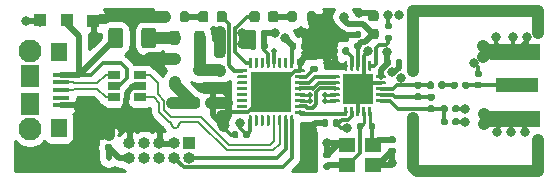
<source format=gbr>
%TF.GenerationSoftware,KiCad,Pcbnew,(5.1.9)-1*%
%TF.CreationDate,2021-11-01T00:10:38+05:30*%
%TF.ProjectId,STM32-nRF24,53544d33-322d-46e5-9246-32342e6b6963,Rev. A*%
%TF.SameCoordinates,Original*%
%TF.FileFunction,Copper,L1,Top*%
%TF.FilePolarity,Positive*%
%FSLAX46Y46*%
G04 Gerber Fmt 4.6, Leading zero omitted, Abs format (unit mm)*
G04 Created by KiCad (PCBNEW (5.1.9)-1) date 2021-11-01 00:10:38*
%MOMM*%
%LPD*%
G01*
G04 APERTURE LIST*
%TA.AperFunction,SMDPad,CuDef*%
%ADD10R,1.000000X1.000000*%
%TD*%
%TA.AperFunction,SMDPad,CuDef*%
%ADD11R,1.350000X0.400000*%
%TD*%
%TA.AperFunction,ComponentPad*%
%ADD12C,1.950000*%
%TD*%
%TA.AperFunction,SMDPad,CuDef*%
%ADD13R,1.400000X1.600000*%
%TD*%
%TA.AperFunction,SMDPad,CuDef*%
%ADD14R,1.600000X1.900000*%
%TD*%
%TA.AperFunction,SMDPad,CuDef*%
%ADD15R,3.600000X1.270000*%
%TD*%
%TA.AperFunction,SMDPad,CuDef*%
%ADD16R,4.200000X1.350000*%
%TD*%
%TA.AperFunction,ComponentPad*%
%ADD17R,1.000000X1.000000*%
%TD*%
%TA.AperFunction,ComponentPad*%
%ADD18O,1.000000X1.000000*%
%TD*%
%TA.AperFunction,SMDPad,CuDef*%
%ADD19R,0.900000X0.800000*%
%TD*%
%TA.AperFunction,SMDPad,CuDef*%
%ADD20R,1.060000X0.650000*%
%TD*%
%TA.AperFunction,SMDPad,CuDef*%
%ADD21R,3.450000X3.450000*%
%TD*%
%TA.AperFunction,SMDPad,CuDef*%
%ADD22R,2.500000X2.500000*%
%TD*%
%TA.AperFunction,SMDPad,CuDef*%
%ADD23R,1.400000X1.200000*%
%TD*%
%TA.AperFunction,ViaPad*%
%ADD24C,0.800000*%
%TD*%
%TA.AperFunction,ViaPad*%
%ADD25C,0.700000*%
%TD*%
%TA.AperFunction,ViaPad*%
%ADD26C,0.600000*%
%TD*%
%TA.AperFunction,ViaPad*%
%ADD27C,0.500000*%
%TD*%
%TA.AperFunction,Conductor*%
%ADD28C,1.000000*%
%TD*%
%TA.AperFunction,Conductor*%
%ADD29C,0.500000*%
%TD*%
%TA.AperFunction,Conductor*%
%ADD30C,0.300000*%
%TD*%
%TA.AperFunction,Conductor*%
%ADD31C,0.350000*%
%TD*%
%TA.AperFunction,Conductor*%
%ADD32C,0.750000*%
%TD*%
%TA.AperFunction,Conductor*%
%ADD33C,0.250000*%
%TD*%
%TA.AperFunction,Conductor*%
%ADD34C,0.200000*%
%TD*%
%TA.AperFunction,Conductor*%
%ADD35C,0.254000*%
%TD*%
%TA.AperFunction,Conductor*%
%ADD36C,0.100000*%
%TD*%
G04 APERTURE END LIST*
D10*
%TO.P,3v3,1*%
%TO.N,+3V3*%
X84950000Y-154800000D03*
%TD*%
%TO.P,REF\u002A\u002A,1*%
%TO.N,GND*%
X89450000Y-154850000D03*
%TD*%
%TO.P,5v,1*%
%TO.N,+5V*%
X87200000Y-154800000D03*
%TD*%
%TO.P,C1,1*%
%TO.N,Net-(C1-Pad1)*%
%TA.AperFunction,SMDPad,CuDef*%
G36*
G01*
X100400000Y-159525000D02*
X99900000Y-159525000D01*
G75*
G02*
X99675000Y-159300000I0J225000D01*
G01*
X99675000Y-158850000D01*
G75*
G02*
X99900000Y-158625000I225000J0D01*
G01*
X100400000Y-158625000D01*
G75*
G02*
X100625000Y-158850000I0J-225000D01*
G01*
X100625000Y-159300000D01*
G75*
G02*
X100400000Y-159525000I-225000J0D01*
G01*
G37*
%TD.AperFunction*%
%TO.P,C1,2*%
%TO.N,GND*%
%TA.AperFunction,SMDPad,CuDef*%
G36*
G01*
X100400000Y-157975000D02*
X99900000Y-157975000D01*
G75*
G02*
X99675000Y-157750000I0J225000D01*
G01*
X99675000Y-157300000D01*
G75*
G02*
X99900000Y-157075000I225000J0D01*
G01*
X100400000Y-157075000D01*
G75*
G02*
X100625000Y-157300000I0J-225000D01*
G01*
X100625000Y-157750000D01*
G75*
G02*
X100400000Y-157975000I-225000J0D01*
G01*
G37*
%TD.AperFunction*%
%TD*%
%TO.P,C2,1*%
%TO.N,+3V3*%
%TA.AperFunction,SMDPad,CuDef*%
G36*
G01*
X97575000Y-162050000D02*
X97575000Y-161550000D01*
G75*
G02*
X97800000Y-161325000I225000J0D01*
G01*
X98250000Y-161325000D01*
G75*
G02*
X98475000Y-161550000I0J-225000D01*
G01*
X98475000Y-162050000D01*
G75*
G02*
X98250000Y-162275000I-225000J0D01*
G01*
X97800000Y-162275000D01*
G75*
G02*
X97575000Y-162050000I0J225000D01*
G01*
G37*
%TD.AperFunction*%
%TO.P,C2,2*%
%TO.N,GND*%
%TA.AperFunction,SMDPad,CuDef*%
G36*
G01*
X99125000Y-162050000D02*
X99125000Y-161550000D01*
G75*
G02*
X99350000Y-161325000I225000J0D01*
G01*
X99800000Y-161325000D01*
G75*
G02*
X100025000Y-161550000I0J-225000D01*
G01*
X100025000Y-162050000D01*
G75*
G02*
X99800000Y-162275000I-225000J0D01*
G01*
X99350000Y-162275000D01*
G75*
G02*
X99125000Y-162050000I0J225000D01*
G01*
G37*
%TD.AperFunction*%
%TD*%
%TO.P,C3,2*%
%TO.N,GND*%
%TA.AperFunction,SMDPad,CuDef*%
G36*
G01*
X90920000Y-164900000D02*
X90580000Y-164900000D01*
G75*
G02*
X90440000Y-164760000I0J140000D01*
G01*
X90440000Y-164480000D01*
G75*
G02*
X90580000Y-164340000I140000J0D01*
G01*
X90920000Y-164340000D01*
G75*
G02*
X91060000Y-164480000I0J-140000D01*
G01*
X91060000Y-164760000D01*
G75*
G02*
X90920000Y-164900000I-140000J0D01*
G01*
G37*
%TD.AperFunction*%
%TO.P,C3,1*%
%TO.N,NRST*%
%TA.AperFunction,SMDPad,CuDef*%
G36*
G01*
X90920000Y-165860000D02*
X90580000Y-165860000D01*
G75*
G02*
X90440000Y-165720000I0J140000D01*
G01*
X90440000Y-165440000D01*
G75*
G02*
X90580000Y-165300000I140000J0D01*
G01*
X90920000Y-165300000D01*
G75*
G02*
X91060000Y-165440000I0J-140000D01*
G01*
X91060000Y-165720000D01*
G75*
G02*
X90920000Y-165860000I-140000J0D01*
G01*
G37*
%TD.AperFunction*%
%TD*%
%TO.P,C4,1*%
%TO.N,+3V3*%
%TA.AperFunction,SMDPad,CuDef*%
G36*
G01*
X104210000Y-155730000D02*
X104210000Y-156070000D01*
G75*
G02*
X104070000Y-156210000I-140000J0D01*
G01*
X103790000Y-156210000D01*
G75*
G02*
X103650000Y-156070000I0J140000D01*
G01*
X103650000Y-155730000D01*
G75*
G02*
X103790000Y-155590000I140000J0D01*
G01*
X104070000Y-155590000D01*
G75*
G02*
X104210000Y-155730000I0J-140000D01*
G01*
G37*
%TD.AperFunction*%
%TO.P,C4,2*%
%TO.N,GND*%
%TA.AperFunction,SMDPad,CuDef*%
G36*
G01*
X103250000Y-155730000D02*
X103250000Y-156070000D01*
G75*
G02*
X103110000Y-156210000I-140000J0D01*
G01*
X102830000Y-156210000D01*
G75*
G02*
X102690000Y-156070000I0J140000D01*
G01*
X102690000Y-155730000D01*
G75*
G02*
X102830000Y-155590000I140000J0D01*
G01*
X103110000Y-155590000D01*
G75*
G02*
X103250000Y-155730000I0J-140000D01*
G01*
G37*
%TD.AperFunction*%
%TD*%
%TO.P,C5,2*%
%TO.N,GND*%
%TA.AperFunction,SMDPad,CuDef*%
G36*
G01*
X107050000Y-157170000D02*
X107050000Y-156830000D01*
G75*
G02*
X107190000Y-156690000I140000J0D01*
G01*
X107470000Y-156690000D01*
G75*
G02*
X107610000Y-156830000I0J-140000D01*
G01*
X107610000Y-157170000D01*
G75*
G02*
X107470000Y-157310000I-140000J0D01*
G01*
X107190000Y-157310000D01*
G75*
G02*
X107050000Y-157170000I0J140000D01*
G01*
G37*
%TD.AperFunction*%
%TO.P,C5,1*%
%TO.N,+3V3*%
%TA.AperFunction,SMDPad,CuDef*%
G36*
G01*
X106090000Y-157170000D02*
X106090000Y-156830000D01*
G75*
G02*
X106230000Y-156690000I140000J0D01*
G01*
X106510000Y-156690000D01*
G75*
G02*
X106650000Y-156830000I0J-140000D01*
G01*
X106650000Y-157170000D01*
G75*
G02*
X106510000Y-157310000I-140000J0D01*
G01*
X106230000Y-157310000D01*
G75*
G02*
X106090000Y-157170000I0J140000D01*
G01*
G37*
%TD.AperFunction*%
%TD*%
%TO.P,C6,1*%
%TO.N,+3V3*%
%TA.AperFunction,SMDPad,CuDef*%
G36*
G01*
X104210000Y-156830000D02*
X104210000Y-157170000D01*
G75*
G02*
X104070000Y-157310000I-140000J0D01*
G01*
X103790000Y-157310000D01*
G75*
G02*
X103650000Y-157170000I0J140000D01*
G01*
X103650000Y-156830000D01*
G75*
G02*
X103790000Y-156690000I140000J0D01*
G01*
X104070000Y-156690000D01*
G75*
G02*
X104210000Y-156830000I0J-140000D01*
G01*
G37*
%TD.AperFunction*%
%TO.P,C6,2*%
%TO.N,GND*%
%TA.AperFunction,SMDPad,CuDef*%
G36*
G01*
X103250000Y-156830000D02*
X103250000Y-157170000D01*
G75*
G02*
X103110000Y-157310000I-140000J0D01*
G01*
X102830000Y-157310000D01*
G75*
G02*
X102690000Y-157170000I0J140000D01*
G01*
X102690000Y-156830000D01*
G75*
G02*
X102830000Y-156690000I140000J0D01*
G01*
X103110000Y-156690000D01*
G75*
G02*
X103250000Y-156830000I0J-140000D01*
G01*
G37*
%TD.AperFunction*%
%TD*%
%TO.P,C7,2*%
%TO.N,GND*%
%TA.AperFunction,SMDPad,CuDef*%
G36*
G01*
X101750000Y-164330000D02*
X101750000Y-164670000D01*
G75*
G02*
X101610000Y-164810000I-140000J0D01*
G01*
X101330000Y-164810000D01*
G75*
G02*
X101190000Y-164670000I0J140000D01*
G01*
X101190000Y-164330000D01*
G75*
G02*
X101330000Y-164190000I140000J0D01*
G01*
X101610000Y-164190000D01*
G75*
G02*
X101750000Y-164330000I0J-140000D01*
G01*
G37*
%TD.AperFunction*%
%TO.P,C7,1*%
%TO.N,+3V3*%
%TA.AperFunction,SMDPad,CuDef*%
G36*
G01*
X102710000Y-164330000D02*
X102710000Y-164670000D01*
G75*
G02*
X102570000Y-164810000I-140000J0D01*
G01*
X102290000Y-164810000D01*
G75*
G02*
X102150000Y-164670000I0J140000D01*
G01*
X102150000Y-164330000D01*
G75*
G02*
X102290000Y-164190000I140000J0D01*
G01*
X102570000Y-164190000D01*
G75*
G02*
X102710000Y-164330000I0J-140000D01*
G01*
G37*
%TD.AperFunction*%
%TD*%
%TO.P,C8,1*%
%TO.N,+3V3*%
%TA.AperFunction,SMDPad,CuDef*%
G36*
G01*
X113400000Y-156425000D02*
X112900000Y-156425000D01*
G75*
G02*
X112675000Y-156200000I0J225000D01*
G01*
X112675000Y-155750000D01*
G75*
G02*
X112900000Y-155525000I225000J0D01*
G01*
X113400000Y-155525000D01*
G75*
G02*
X113625000Y-155750000I0J-225000D01*
G01*
X113625000Y-156200000D01*
G75*
G02*
X113400000Y-156425000I-225000J0D01*
G01*
G37*
%TD.AperFunction*%
%TO.P,C8,2*%
%TO.N,GND*%
%TA.AperFunction,SMDPad,CuDef*%
G36*
G01*
X113400000Y-154875000D02*
X112900000Y-154875000D01*
G75*
G02*
X112675000Y-154650000I0J225000D01*
G01*
X112675000Y-154200000D01*
G75*
G02*
X112900000Y-153975000I225000J0D01*
G01*
X113400000Y-153975000D01*
G75*
G02*
X113625000Y-154200000I0J-225000D01*
G01*
X113625000Y-154650000D01*
G75*
G02*
X113400000Y-154875000I-225000J0D01*
G01*
G37*
%TD.AperFunction*%
%TD*%
%TO.P,C9,1*%
%TO.N,+3V3*%
%TA.AperFunction,SMDPad,CuDef*%
G36*
G01*
X112020000Y-157260000D02*
X111680000Y-157260000D01*
G75*
G02*
X111540000Y-157120000I0J140000D01*
G01*
X111540000Y-156840000D01*
G75*
G02*
X111680000Y-156700000I140000J0D01*
G01*
X112020000Y-156700000D01*
G75*
G02*
X112160000Y-156840000I0J-140000D01*
G01*
X112160000Y-157120000D01*
G75*
G02*
X112020000Y-157260000I-140000J0D01*
G01*
G37*
%TD.AperFunction*%
%TO.P,C9,2*%
%TO.N,GND*%
%TA.AperFunction,SMDPad,CuDef*%
G36*
G01*
X112020000Y-156300000D02*
X111680000Y-156300000D01*
G75*
G02*
X111540000Y-156160000I0J140000D01*
G01*
X111540000Y-155880000D01*
G75*
G02*
X111680000Y-155740000I140000J0D01*
G01*
X112020000Y-155740000D01*
G75*
G02*
X112160000Y-155880000I0J-140000D01*
G01*
X112160000Y-156160000D01*
G75*
G02*
X112020000Y-156300000I-140000J0D01*
G01*
G37*
%TD.AperFunction*%
%TD*%
%TO.P,C10,1*%
%TO.N,+3V3*%
%TA.AperFunction,SMDPad,CuDef*%
G36*
G01*
X114090000Y-158570000D02*
X114090000Y-158230000D01*
G75*
G02*
X114230000Y-158090000I140000J0D01*
G01*
X114510000Y-158090000D01*
G75*
G02*
X114650000Y-158230000I0J-140000D01*
G01*
X114650000Y-158570000D01*
G75*
G02*
X114510000Y-158710000I-140000J0D01*
G01*
X114230000Y-158710000D01*
G75*
G02*
X114090000Y-158570000I0J140000D01*
G01*
G37*
%TD.AperFunction*%
%TO.P,C10,2*%
%TO.N,GND*%
%TA.AperFunction,SMDPad,CuDef*%
G36*
G01*
X115050000Y-158570000D02*
X115050000Y-158230000D01*
G75*
G02*
X115190000Y-158090000I140000J0D01*
G01*
X115470000Y-158090000D01*
G75*
G02*
X115610000Y-158230000I0J-140000D01*
G01*
X115610000Y-158570000D01*
G75*
G02*
X115470000Y-158710000I-140000J0D01*
G01*
X115190000Y-158710000D01*
G75*
G02*
X115050000Y-158570000I0J140000D01*
G01*
G37*
%TD.AperFunction*%
%TD*%
%TO.P,C11,2*%
%TO.N,GND*%
%TA.AperFunction,SMDPad,CuDef*%
G36*
G01*
X109350000Y-163330000D02*
X109350000Y-163670000D01*
G75*
G02*
X109210000Y-163810000I-140000J0D01*
G01*
X108930000Y-163810000D01*
G75*
G02*
X108790000Y-163670000I0J140000D01*
G01*
X108790000Y-163330000D01*
G75*
G02*
X108930000Y-163190000I140000J0D01*
G01*
X109210000Y-163190000D01*
G75*
G02*
X109350000Y-163330000I0J-140000D01*
G01*
G37*
%TD.AperFunction*%
%TO.P,C11,1*%
%TO.N,+3V3*%
%TA.AperFunction,SMDPad,CuDef*%
G36*
G01*
X110310000Y-163330000D02*
X110310000Y-163670000D01*
G75*
G02*
X110170000Y-163810000I-140000J0D01*
G01*
X109890000Y-163810000D01*
G75*
G02*
X109750000Y-163670000I0J140000D01*
G01*
X109750000Y-163330000D01*
G75*
G02*
X109890000Y-163190000I140000J0D01*
G01*
X110170000Y-163190000D01*
G75*
G02*
X110310000Y-163330000I0J-140000D01*
G01*
G37*
%TD.AperFunction*%
%TD*%
%TO.P,C12,1*%
%TO.N,Net-(C12-Pad1)*%
%TA.AperFunction,SMDPad,CuDef*%
G36*
G01*
X111110000Y-157230000D02*
X111110000Y-157570000D01*
G75*
G02*
X110970000Y-157710000I-140000J0D01*
G01*
X110690000Y-157710000D01*
G75*
G02*
X110550000Y-157570000I0J140000D01*
G01*
X110550000Y-157230000D01*
G75*
G02*
X110690000Y-157090000I140000J0D01*
G01*
X110970000Y-157090000D01*
G75*
G02*
X111110000Y-157230000I0J-140000D01*
G01*
G37*
%TD.AperFunction*%
%TO.P,C12,2*%
%TO.N,GND*%
%TA.AperFunction,SMDPad,CuDef*%
G36*
G01*
X110150000Y-157230000D02*
X110150000Y-157570000D01*
G75*
G02*
X110010000Y-157710000I-140000J0D01*
G01*
X109730000Y-157710000D01*
G75*
G02*
X109590000Y-157570000I0J140000D01*
G01*
X109590000Y-157230000D01*
G75*
G02*
X109730000Y-157090000I140000J0D01*
G01*
X110010000Y-157090000D01*
G75*
G02*
X110150000Y-157230000I0J-140000D01*
G01*
G37*
%TD.AperFunction*%
%TD*%
%TO.P,C13,2*%
%TO.N,GND*%
%TA.AperFunction,SMDPad,CuDef*%
G36*
G01*
X114580000Y-165600000D02*
X114920000Y-165600000D01*
G75*
G02*
X115060000Y-165740000I0J-140000D01*
G01*
X115060000Y-166020000D01*
G75*
G02*
X114920000Y-166160000I-140000J0D01*
G01*
X114580000Y-166160000D01*
G75*
G02*
X114440000Y-166020000I0J140000D01*
G01*
X114440000Y-165740000D01*
G75*
G02*
X114580000Y-165600000I140000J0D01*
G01*
G37*
%TD.AperFunction*%
%TO.P,C13,1*%
%TO.N,NRF_XC1*%
%TA.AperFunction,SMDPad,CuDef*%
G36*
G01*
X114580000Y-164640000D02*
X114920000Y-164640000D01*
G75*
G02*
X115060000Y-164780000I0J-140000D01*
G01*
X115060000Y-165060000D01*
G75*
G02*
X114920000Y-165200000I-140000J0D01*
G01*
X114580000Y-165200000D01*
G75*
G02*
X114440000Y-165060000I0J140000D01*
G01*
X114440000Y-164780000D01*
G75*
G02*
X114580000Y-164640000I140000J0D01*
G01*
G37*
%TD.AperFunction*%
%TD*%
%TO.P,C14,1*%
%TO.N,NRF_XC2*%
%TA.AperFunction,SMDPad,CuDef*%
G36*
G01*
X109420000Y-167460000D02*
X109080000Y-167460000D01*
G75*
G02*
X108940000Y-167320000I0J140000D01*
G01*
X108940000Y-167040000D01*
G75*
G02*
X109080000Y-166900000I140000J0D01*
G01*
X109420000Y-166900000D01*
G75*
G02*
X109560000Y-167040000I0J-140000D01*
G01*
X109560000Y-167320000D01*
G75*
G02*
X109420000Y-167460000I-140000J0D01*
G01*
G37*
%TD.AperFunction*%
%TO.P,C14,2*%
%TO.N,GND*%
%TA.AperFunction,SMDPad,CuDef*%
G36*
G01*
X109420000Y-166500000D02*
X109080000Y-166500000D01*
G75*
G02*
X108940000Y-166360000I0J140000D01*
G01*
X108940000Y-166080000D01*
G75*
G02*
X109080000Y-165940000I140000J0D01*
G01*
X109420000Y-165940000D01*
G75*
G02*
X109560000Y-166080000I0J-140000D01*
G01*
X109560000Y-166360000D01*
G75*
G02*
X109420000Y-166500000I-140000J0D01*
G01*
G37*
%TD.AperFunction*%
%TD*%
%TO.P,C15,2*%
%TO.N,Net-(C15-Pad2)*%
%TA.AperFunction,SMDPad,CuDef*%
G36*
G01*
X120300000Y-160130000D02*
X120300000Y-160470000D01*
G75*
G02*
X120160000Y-160610000I-140000J0D01*
G01*
X119880000Y-160610000D01*
G75*
G02*
X119740000Y-160470000I0J140000D01*
G01*
X119740000Y-160130000D01*
G75*
G02*
X119880000Y-159990000I140000J0D01*
G01*
X120160000Y-159990000D01*
G75*
G02*
X120300000Y-160130000I0J-140000D01*
G01*
G37*
%TD.AperFunction*%
%TO.P,C15,1*%
%TO.N,Net-(C15-Pad1)*%
%TA.AperFunction,SMDPad,CuDef*%
G36*
G01*
X121260000Y-160130000D02*
X121260000Y-160470000D01*
G75*
G02*
X121120000Y-160610000I-140000J0D01*
G01*
X120840000Y-160610000D01*
G75*
G02*
X120700000Y-160470000I0J140000D01*
G01*
X120700000Y-160130000D01*
G75*
G02*
X120840000Y-159990000I140000J0D01*
G01*
X121120000Y-159990000D01*
G75*
G02*
X121260000Y-160130000I0J-140000D01*
G01*
G37*
%TD.AperFunction*%
%TD*%
%TO.P,C16,1*%
%TO.N,GND*%
%TA.AperFunction,SMDPad,CuDef*%
G36*
G01*
X121880000Y-159040000D02*
X122220000Y-159040000D01*
G75*
G02*
X122360000Y-159180000I0J-140000D01*
G01*
X122360000Y-159460000D01*
G75*
G02*
X122220000Y-159600000I-140000J0D01*
G01*
X121880000Y-159600000D01*
G75*
G02*
X121740000Y-159460000I0J140000D01*
G01*
X121740000Y-159180000D01*
G75*
G02*
X121880000Y-159040000I140000J0D01*
G01*
G37*
%TD.AperFunction*%
%TO.P,C16,2*%
%TO.N,Net-(C15-Pad1)*%
%TA.AperFunction,SMDPad,CuDef*%
G36*
G01*
X121880000Y-160000000D02*
X122220000Y-160000000D01*
G75*
G02*
X122360000Y-160140000I0J-140000D01*
G01*
X122360000Y-160420000D01*
G75*
G02*
X122220000Y-160560000I-140000J0D01*
G01*
X121880000Y-160560000D01*
G75*
G02*
X121740000Y-160420000I0J140000D01*
G01*
X121740000Y-160140000D01*
G75*
G02*
X121880000Y-160000000I140000J0D01*
G01*
G37*
%TD.AperFunction*%
%TD*%
%TO.P,C17,1*%
%TO.N,GND*%
%TA.AperFunction,SMDPad,CuDef*%
G36*
G01*
X120410000Y-163230000D02*
X120410000Y-163570000D01*
G75*
G02*
X120270000Y-163710000I-140000J0D01*
G01*
X119990000Y-163710000D01*
G75*
G02*
X119850000Y-163570000I0J140000D01*
G01*
X119850000Y-163230000D01*
G75*
G02*
X119990000Y-163090000I140000J0D01*
G01*
X120270000Y-163090000D01*
G75*
G02*
X120410000Y-163230000I0J-140000D01*
G01*
G37*
%TD.AperFunction*%
%TO.P,C17,2*%
%TO.N,NRF_VDD_PA*%
%TA.AperFunction,SMDPad,CuDef*%
G36*
G01*
X119450000Y-163230000D02*
X119450000Y-163570000D01*
G75*
G02*
X119310000Y-163710000I-140000J0D01*
G01*
X119030000Y-163710000D01*
G75*
G02*
X118890000Y-163570000I0J140000D01*
G01*
X118890000Y-163230000D01*
G75*
G02*
X119030000Y-163090000I140000J0D01*
G01*
X119310000Y-163090000D01*
G75*
G02*
X119450000Y-163230000I0J-140000D01*
G01*
G37*
%TD.AperFunction*%
%TD*%
%TO.P,C18,2*%
%TO.N,NRF_VDD_PA*%
%TA.AperFunction,SMDPad,CuDef*%
G36*
G01*
X119450000Y-162130000D02*
X119450000Y-162470000D01*
G75*
G02*
X119310000Y-162610000I-140000J0D01*
G01*
X119030000Y-162610000D01*
G75*
G02*
X118890000Y-162470000I0J140000D01*
G01*
X118890000Y-162130000D01*
G75*
G02*
X119030000Y-161990000I140000J0D01*
G01*
X119310000Y-161990000D01*
G75*
G02*
X119450000Y-162130000I0J-140000D01*
G01*
G37*
%TD.AperFunction*%
%TO.P,C18,1*%
%TO.N,GND*%
%TA.AperFunction,SMDPad,CuDef*%
G36*
G01*
X120410000Y-162130000D02*
X120410000Y-162470000D01*
G75*
G02*
X120270000Y-162610000I-140000J0D01*
G01*
X119990000Y-162610000D01*
G75*
G02*
X119850000Y-162470000I0J140000D01*
G01*
X119850000Y-162130000D01*
G75*
G02*
X119990000Y-161990000I140000J0D01*
G01*
X120270000Y-161990000D01*
G75*
G02*
X120410000Y-162130000I0J-140000D01*
G01*
G37*
%TD.AperFunction*%
%TD*%
%TO.P,D1,1*%
%TO.N,Net-(D1-Pad1)*%
%TA.AperFunction,SMDPad,CuDef*%
G36*
G01*
X98325000Y-154756250D02*
X98325000Y-154243750D01*
G75*
G02*
X98543750Y-154025000I218750J0D01*
G01*
X98981250Y-154025000D01*
G75*
G02*
X99200000Y-154243750I0J-218750D01*
G01*
X99200000Y-154756250D01*
G75*
G02*
X98981250Y-154975000I-218750J0D01*
G01*
X98543750Y-154975000D01*
G75*
G02*
X98325000Y-154756250I0J218750D01*
G01*
G37*
%TD.AperFunction*%
%TO.P,D1,2*%
%TO.N,Net-(D1-Pad2)*%
%TA.AperFunction,SMDPad,CuDef*%
G36*
G01*
X99900000Y-154756250D02*
X99900000Y-154243750D01*
G75*
G02*
X100118750Y-154025000I218750J0D01*
G01*
X100556250Y-154025000D01*
G75*
G02*
X100775000Y-154243750I0J-218750D01*
G01*
X100775000Y-154756250D01*
G75*
G02*
X100556250Y-154975000I-218750J0D01*
G01*
X100118750Y-154975000D01*
G75*
G02*
X99900000Y-154756250I0J218750D01*
G01*
G37*
%TD.AperFunction*%
%TD*%
%TO.P,D2,2*%
%TO.N,Net-(D2-Pad2)*%
%TA.AperFunction,SMDPad,CuDef*%
G36*
G01*
X103550000Y-154243750D02*
X103550000Y-154756250D01*
G75*
G02*
X103331250Y-154975000I-218750J0D01*
G01*
X102893750Y-154975000D01*
G75*
G02*
X102675000Y-154756250I0J218750D01*
G01*
X102675000Y-154243750D01*
G75*
G02*
X102893750Y-154025000I218750J0D01*
G01*
X103331250Y-154025000D01*
G75*
G02*
X103550000Y-154243750I0J-218750D01*
G01*
G37*
%TD.AperFunction*%
%TO.P,D2,1*%
%TO.N,Net-(D2-Pad1)*%
%TA.AperFunction,SMDPad,CuDef*%
G36*
G01*
X105125000Y-154243750D02*
X105125000Y-154756250D01*
G75*
G02*
X104906250Y-154975000I-218750J0D01*
G01*
X104468750Y-154975000D01*
G75*
G02*
X104250000Y-154756250I0J218750D01*
G01*
X104250000Y-154243750D01*
G75*
G02*
X104468750Y-154025000I218750J0D01*
G01*
X104906250Y-154025000D01*
G75*
G02*
X105125000Y-154243750I0J-218750D01*
G01*
G37*
%TD.AperFunction*%
%TD*%
%TO.P,F1,1*%
%TO.N,Net-(F1-Pad1)*%
%TA.AperFunction,SMDPad,CuDef*%
G36*
G01*
X94775000Y-155675000D02*
X94775000Y-156925000D01*
G75*
G02*
X94525000Y-157175000I-250000J0D01*
G01*
X93775000Y-157175000D01*
G75*
G02*
X93525000Y-156925000I0J250000D01*
G01*
X93525000Y-155675000D01*
G75*
G02*
X93775000Y-155425000I250000J0D01*
G01*
X94525000Y-155425000D01*
G75*
G02*
X94775000Y-155675000I0J-250000D01*
G01*
G37*
%TD.AperFunction*%
%TO.P,F1,2*%
%TO.N,+5V*%
%TA.AperFunction,SMDPad,CuDef*%
G36*
G01*
X91975000Y-155675000D02*
X91975000Y-156925000D01*
G75*
G02*
X91725000Y-157175000I-250000J0D01*
G01*
X90975000Y-157175000D01*
G75*
G02*
X90725000Y-156925000I0J250000D01*
G01*
X90725000Y-155675000D01*
G75*
G02*
X90975000Y-155425000I250000J0D01*
G01*
X91725000Y-155425000D01*
G75*
G02*
X91975000Y-155675000I0J-250000D01*
G01*
G37*
%TD.AperFunction*%
%TD*%
%TO.P,FB1,1*%
%TO.N,Net-(C1-Pad1)*%
%TA.AperFunction,SMDPad,CuDef*%
G36*
G01*
X98900000Y-155918750D02*
X98900000Y-156681250D01*
G75*
G02*
X98681250Y-156900000I-218750J0D01*
G01*
X98243750Y-156900000D01*
G75*
G02*
X98025000Y-156681250I0J218750D01*
G01*
X98025000Y-155918750D01*
G75*
G02*
X98243750Y-155700000I218750J0D01*
G01*
X98681250Y-155700000D01*
G75*
G02*
X98900000Y-155918750I0J-218750D01*
G01*
G37*
%TD.AperFunction*%
%TO.P,FB1,2*%
%TO.N,Net-(F1-Pad1)*%
%TA.AperFunction,SMDPad,CuDef*%
G36*
G01*
X96775000Y-155918750D02*
X96775000Y-156681250D01*
G75*
G02*
X96556250Y-156900000I-218750J0D01*
G01*
X96118750Y-156900000D01*
G75*
G02*
X95900000Y-156681250I0J218750D01*
G01*
X95900000Y-155918750D01*
G75*
G02*
X96118750Y-155700000I218750J0D01*
G01*
X96556250Y-155700000D01*
G75*
G02*
X96775000Y-155918750I0J-218750D01*
G01*
G37*
%TD.AperFunction*%
%TD*%
D11*
%TO.P,J1,1*%
%TO.N,+5V*%
X86750000Y-159400000D03*
%TO.P,J1,2*%
%TO.N,USB_CONN_D-*%
X86750000Y-160050000D03*
%TO.P,J1,3*%
%TO.N,USB_CONN_D+*%
X86750000Y-160700000D03*
%TO.P,J1,4*%
%TO.N,Net-(J1-Pad4)*%
X86750000Y-161350000D03*
%TO.P,J1,5*%
%TO.N,GND*%
X86750000Y-162000000D03*
D12*
%TO.P,J1,MH1*%
%TO.N,N/C*%
X84075000Y-157400000D03*
%TO.P,J1,MH2*%
X84075000Y-164000000D03*
D13*
%TO.P,J1,MP1*%
X86525000Y-157500000D03*
D14*
%TO.P,J1,MP2*%
X84075000Y-159500000D03*
%TO.P,J1,MP3*%
X84075000Y-161900000D03*
D13*
%TO.P,J1,MP4*%
X86525000Y-163900000D03*
%TD*%
D15*
%TO.P,J2,1*%
%TO.N,Net-(C15-Pad1)*%
X125350000Y-160300000D03*
D16*
%TO.P,J2,2*%
%TO.N,GND*%
X125150000Y-157475000D03*
X125150000Y-163125000D03*
%TD*%
D17*
%TO.P,J3,1*%
%TO.N,+3V3*%
X97590000Y-165200000D03*
D18*
%TO.P,J3,2*%
%TO.N,SWDIO*%
X97590000Y-166470000D03*
%TO.P,J3,3*%
%TO.N,GND*%
X96320000Y-165200000D03*
%TO.P,J3,4*%
%TO.N,SWCLK*%
X96320000Y-166470000D03*
%TO.P,J3,5*%
%TO.N,GND*%
X95050000Y-165200000D03*
%TO.P,J3,6*%
%TO.N,Net-(J3-Pad6)*%
X95050000Y-166470000D03*
%TO.P,J3,7*%
%TO.N,Net-(J3-Pad7)*%
X93780000Y-165200000D03*
%TO.P,J3,8*%
%TO.N,Net-(J3-Pad8)*%
X93780000Y-166470000D03*
%TO.P,J3,9*%
%TO.N,GND*%
X92510000Y-165200000D03*
%TO.P,J3,10*%
%TO.N,NRST*%
X92510000Y-166470000D03*
%TD*%
%TO.P,L1,1*%
%TO.N,NRF_ANT2*%
%TA.AperFunction,SMDPad,CuDef*%
G36*
G01*
X117705000Y-160472500D02*
X117705000Y-160127500D01*
G75*
G02*
X117852500Y-159980000I147500J0D01*
G01*
X118147500Y-159980000D01*
G75*
G02*
X118295000Y-160127500I0J-147500D01*
G01*
X118295000Y-160472500D01*
G75*
G02*
X118147500Y-160620000I-147500J0D01*
G01*
X117852500Y-160620000D01*
G75*
G02*
X117705000Y-160472500I0J147500D01*
G01*
G37*
%TD.AperFunction*%
%TO.P,L1,2*%
%TO.N,Net-(C15-Pad2)*%
%TA.AperFunction,SMDPad,CuDef*%
G36*
G01*
X118675000Y-160472500D02*
X118675000Y-160127500D01*
G75*
G02*
X118822500Y-159980000I147500J0D01*
G01*
X119117500Y-159980000D01*
G75*
G02*
X119265000Y-160127500I0J-147500D01*
G01*
X119265000Y-160472500D01*
G75*
G02*
X119117500Y-160620000I-147500J0D01*
G01*
X118822500Y-160620000D01*
G75*
G02*
X118675000Y-160472500I0J147500D01*
G01*
G37*
%TD.AperFunction*%
%TD*%
%TO.P,L2,2*%
%TO.N,NRF_ANT1*%
%TA.AperFunction,SMDPad,CuDef*%
G36*
G01*
X116777500Y-160990000D02*
X117122500Y-160990000D01*
G75*
G02*
X117270000Y-161137500I0J-147500D01*
G01*
X117270000Y-161432500D01*
G75*
G02*
X117122500Y-161580000I-147500J0D01*
G01*
X116777500Y-161580000D01*
G75*
G02*
X116630000Y-161432500I0J147500D01*
G01*
X116630000Y-161137500D01*
G75*
G02*
X116777500Y-160990000I147500J0D01*
G01*
G37*
%TD.AperFunction*%
%TO.P,L2,1*%
%TO.N,NRF_ANT2*%
%TA.AperFunction,SMDPad,CuDef*%
G36*
G01*
X116777500Y-160020000D02*
X117122500Y-160020000D01*
G75*
G02*
X117270000Y-160167500I0J-147500D01*
G01*
X117270000Y-160462500D01*
G75*
G02*
X117122500Y-160610000I-147500J0D01*
G01*
X116777500Y-160610000D01*
G75*
G02*
X116630000Y-160462500I0J147500D01*
G01*
X116630000Y-160167500D01*
G75*
G02*
X116777500Y-160020000I147500J0D01*
G01*
G37*
%TD.AperFunction*%
%TD*%
%TO.P,L3,1*%
%TO.N,NRF_VDD_PA*%
%TA.AperFunction,SMDPad,CuDef*%
G36*
G01*
X118222500Y-162580000D02*
X117877500Y-162580000D01*
G75*
G02*
X117730000Y-162432500I0J147500D01*
G01*
X117730000Y-162137500D01*
G75*
G02*
X117877500Y-161990000I147500J0D01*
G01*
X118222500Y-161990000D01*
G75*
G02*
X118370000Y-162137500I0J-147500D01*
G01*
X118370000Y-162432500D01*
G75*
G02*
X118222500Y-162580000I-147500J0D01*
G01*
G37*
%TD.AperFunction*%
%TO.P,L3,2*%
%TO.N,NRF_ANT1*%
%TA.AperFunction,SMDPad,CuDef*%
G36*
G01*
X118222500Y-161610000D02*
X117877500Y-161610000D01*
G75*
G02*
X117730000Y-161462500I0J147500D01*
G01*
X117730000Y-161167500D01*
G75*
G02*
X117877500Y-161020000I147500J0D01*
G01*
X118222500Y-161020000D01*
G75*
G02*
X118370000Y-161167500I0J-147500D01*
G01*
X118370000Y-161462500D01*
G75*
G02*
X118222500Y-161610000I-147500J0D01*
G01*
G37*
%TD.AperFunction*%
%TD*%
%TO.P,R1,2*%
%TO.N,GND*%
%TA.AperFunction,SMDPad,CuDef*%
G36*
G01*
X108335000Y-158160000D02*
X107965000Y-158160000D01*
G75*
G02*
X107830000Y-158025000I0J135000D01*
G01*
X107830000Y-157755000D01*
G75*
G02*
X107965000Y-157620000I135000J0D01*
G01*
X108335000Y-157620000D01*
G75*
G02*
X108470000Y-157755000I0J-135000D01*
G01*
X108470000Y-158025000D01*
G75*
G02*
X108335000Y-158160000I-135000J0D01*
G01*
G37*
%TD.AperFunction*%
%TO.P,R1,1*%
%TO.N,Net-(R1-Pad1)*%
%TA.AperFunction,SMDPad,CuDef*%
G36*
G01*
X108335000Y-159180000D02*
X107965000Y-159180000D01*
G75*
G02*
X107830000Y-159045000I0J135000D01*
G01*
X107830000Y-158775000D01*
G75*
G02*
X107965000Y-158640000I135000J0D01*
G01*
X108335000Y-158640000D01*
G75*
G02*
X108470000Y-158775000I0J-135000D01*
G01*
X108470000Y-159045000D01*
G75*
G02*
X108335000Y-159180000I-135000J0D01*
G01*
G37*
%TD.AperFunction*%
%TD*%
%TO.P,R2,1*%
%TO.N,Net-(D1-Pad1)*%
%TA.AperFunction,SMDPad,CuDef*%
G36*
G01*
X97575000Y-154225000D02*
X97575000Y-154775000D01*
G75*
G02*
X97375000Y-154975000I-200000J0D01*
G01*
X96975000Y-154975000D01*
G75*
G02*
X96775000Y-154775000I0J200000D01*
G01*
X96775000Y-154225000D01*
G75*
G02*
X96975000Y-154025000I200000J0D01*
G01*
X97375000Y-154025000D01*
G75*
G02*
X97575000Y-154225000I0J-200000D01*
G01*
G37*
%TD.AperFunction*%
%TO.P,R2,2*%
%TO.N,GND*%
%TA.AperFunction,SMDPad,CuDef*%
G36*
G01*
X95925000Y-154225000D02*
X95925000Y-154775000D01*
G75*
G02*
X95725000Y-154975000I-200000J0D01*
G01*
X95325000Y-154975000D01*
G75*
G02*
X95125000Y-154775000I0J200000D01*
G01*
X95125000Y-154225000D01*
G75*
G02*
X95325000Y-154025000I200000J0D01*
G01*
X95725000Y-154025000D01*
G75*
G02*
X95925000Y-154225000I0J-200000D01*
G01*
G37*
%TD.AperFunction*%
%TD*%
%TO.P,R3,2*%
%TO.N,GND*%
%TA.AperFunction,SMDPad,CuDef*%
G36*
G01*
X107525000Y-154775000D02*
X107525000Y-154225000D01*
G75*
G02*
X107725000Y-154025000I200000J0D01*
G01*
X108125000Y-154025000D01*
G75*
G02*
X108325000Y-154225000I0J-200000D01*
G01*
X108325000Y-154775000D01*
G75*
G02*
X108125000Y-154975000I-200000J0D01*
G01*
X107725000Y-154975000D01*
G75*
G02*
X107525000Y-154775000I0J200000D01*
G01*
G37*
%TD.AperFunction*%
%TO.P,R3,1*%
%TO.N,Net-(D2-Pad1)*%
%TA.AperFunction,SMDPad,CuDef*%
G36*
G01*
X105875000Y-154775000D02*
X105875000Y-154225000D01*
G75*
G02*
X106075000Y-154025000I200000J0D01*
G01*
X106475000Y-154025000D01*
G75*
G02*
X106675000Y-154225000I0J-200000D01*
G01*
X106675000Y-154775000D01*
G75*
G02*
X106475000Y-154975000I-200000J0D01*
G01*
X106075000Y-154975000D01*
G75*
G02*
X105875000Y-154775000I0J200000D01*
G01*
G37*
%TD.AperFunction*%
%TD*%
%TO.P,R4,1*%
%TO.N,Net-(R4-Pad1)*%
%TA.AperFunction,SMDPad,CuDef*%
G36*
G01*
X114635000Y-156580000D02*
X114265000Y-156580000D01*
G75*
G02*
X114130000Y-156445000I0J135000D01*
G01*
X114130000Y-156175000D01*
G75*
G02*
X114265000Y-156040000I135000J0D01*
G01*
X114635000Y-156040000D01*
G75*
G02*
X114770000Y-156175000I0J-135000D01*
G01*
X114770000Y-156445000D01*
G75*
G02*
X114635000Y-156580000I-135000J0D01*
G01*
G37*
%TD.AperFunction*%
%TO.P,R4,2*%
%TO.N,GND*%
%TA.AperFunction,SMDPad,CuDef*%
G36*
G01*
X114635000Y-155560000D02*
X114265000Y-155560000D01*
G75*
G02*
X114130000Y-155425000I0J135000D01*
G01*
X114130000Y-155155000D01*
G75*
G02*
X114265000Y-155020000I135000J0D01*
G01*
X114635000Y-155020000D01*
G75*
G02*
X114770000Y-155155000I0J-135000D01*
G01*
X114770000Y-155425000D01*
G75*
G02*
X114635000Y-155560000I-135000J0D01*
G01*
G37*
%TD.AperFunction*%
%TD*%
%TO.P,R5,1*%
%TO.N,NRF_XC2*%
%TA.AperFunction,SMDPad,CuDef*%
G36*
G01*
X111770000Y-163985000D02*
X111770000Y-163615000D01*
G75*
G02*
X111905000Y-163480000I135000J0D01*
G01*
X112175000Y-163480000D01*
G75*
G02*
X112310000Y-163615000I0J-135000D01*
G01*
X112310000Y-163985000D01*
G75*
G02*
X112175000Y-164120000I-135000J0D01*
G01*
X111905000Y-164120000D01*
G75*
G02*
X111770000Y-163985000I0J135000D01*
G01*
G37*
%TD.AperFunction*%
%TO.P,R5,2*%
%TO.N,NRF_XC1*%
%TA.AperFunction,SMDPad,CuDef*%
G36*
G01*
X112790000Y-163985000D02*
X112790000Y-163615000D01*
G75*
G02*
X112925000Y-163480000I135000J0D01*
G01*
X113195000Y-163480000D01*
G75*
G02*
X113330000Y-163615000I0J-135000D01*
G01*
X113330000Y-163985000D01*
G75*
G02*
X113195000Y-164120000I-135000J0D01*
G01*
X112925000Y-164120000D01*
G75*
G02*
X112790000Y-163985000I0J135000D01*
G01*
G37*
%TD.AperFunction*%
%TD*%
D19*
%TO.P,U1,1*%
%TO.N,GND*%
X96400000Y-158100000D03*
%TO.P,U1,2*%
%TO.N,+3V3*%
X96400000Y-160000000D03*
%TO.P,U1,3*%
%TO.N,Net-(C1-Pad1)*%
X98400000Y-159050000D03*
%TD*%
D20*
%TO.P,U2,1*%
%TO.N,USB_D+*%
X93430000Y-161330000D03*
%TO.P,U2,2*%
%TO.N,GND*%
X93430000Y-160380000D03*
%TO.P,U2,3*%
%TO.N,USB_D-*%
X93430000Y-159430000D03*
%TO.P,U2,4*%
%TO.N,USB_CONN_D-*%
X91230000Y-159430000D03*
%TO.P,U2,6*%
%TO.N,USB_CONN_D+*%
X91230000Y-161330000D03*
%TO.P,U2,5*%
%TO.N,+5V*%
X91230000Y-160380000D03*
%TD*%
%TO.P,U3,1*%
%TO.N,+3V3*%
%TA.AperFunction,SMDPad,CuDef*%
G36*
G01*
X106192499Y-157970001D02*
X106317499Y-157970001D01*
G75*
G02*
X106379999Y-158032501I0J-62500D01*
G01*
X106379999Y-158782501D01*
G75*
G02*
X106317499Y-158845001I-62500J0D01*
G01*
X106192499Y-158845001D01*
G75*
G02*
X106129999Y-158782501I0J62500D01*
G01*
X106129999Y-158032501D01*
G75*
G02*
X106192499Y-157970001I62500J0D01*
G01*
G37*
%TD.AperFunction*%
%TO.P,U3,2*%
%TO.N,Net-(U3-Pad2)*%
%TA.AperFunction,SMDPad,CuDef*%
G36*
G01*
X105692499Y-157970001D02*
X105817499Y-157970001D01*
G75*
G02*
X105879999Y-158032501I0J-62500D01*
G01*
X105879999Y-158782501D01*
G75*
G02*
X105817499Y-158845001I-62500J0D01*
G01*
X105692499Y-158845001D01*
G75*
G02*
X105629999Y-158782501I0J62500D01*
G01*
X105629999Y-158032501D01*
G75*
G02*
X105692499Y-157970001I62500J0D01*
G01*
G37*
%TD.AperFunction*%
%TO.P,U3,3*%
%TO.N,Net-(U3-Pad3)*%
%TA.AperFunction,SMDPad,CuDef*%
G36*
G01*
X105192499Y-157970001D02*
X105317499Y-157970001D01*
G75*
G02*
X105379999Y-158032501I0J-62500D01*
G01*
X105379999Y-158782501D01*
G75*
G02*
X105317499Y-158845001I-62500J0D01*
G01*
X105192499Y-158845001D01*
G75*
G02*
X105129999Y-158782501I0J62500D01*
G01*
X105129999Y-158032501D01*
G75*
G02*
X105192499Y-157970001I62500J0D01*
G01*
G37*
%TD.AperFunction*%
%TO.P,U3,4*%
%TO.N,NRST*%
%TA.AperFunction,SMDPad,CuDef*%
G36*
G01*
X104692499Y-157970001D02*
X104817499Y-157970001D01*
G75*
G02*
X104879999Y-158032501I0J-62500D01*
G01*
X104879999Y-158782501D01*
G75*
G02*
X104817499Y-158845001I-62500J0D01*
G01*
X104692499Y-158845001D01*
G75*
G02*
X104629999Y-158782501I0J62500D01*
G01*
X104629999Y-158032501D01*
G75*
G02*
X104692499Y-157970001I62500J0D01*
G01*
G37*
%TD.AperFunction*%
%TO.P,U3,5*%
%TO.N,+3V3*%
%TA.AperFunction,SMDPad,CuDef*%
G36*
G01*
X104192499Y-157970001D02*
X104317499Y-157970001D01*
G75*
G02*
X104379999Y-158032501I0J-62500D01*
G01*
X104379999Y-158782501D01*
G75*
G02*
X104317499Y-158845001I-62500J0D01*
G01*
X104192499Y-158845001D01*
G75*
G02*
X104129999Y-158782501I0J62500D01*
G01*
X104129999Y-158032501D01*
G75*
G02*
X104192499Y-157970001I62500J0D01*
G01*
G37*
%TD.AperFunction*%
%TO.P,U3,6*%
%TO.N,Net-(U3-Pad6)*%
%TA.AperFunction,SMDPad,CuDef*%
G36*
G01*
X103692499Y-157970001D02*
X103817499Y-157970001D01*
G75*
G02*
X103879999Y-158032501I0J-62500D01*
G01*
X103879999Y-158782501D01*
G75*
G02*
X103817499Y-158845001I-62500J0D01*
G01*
X103692499Y-158845001D01*
G75*
G02*
X103629999Y-158782501I0J62500D01*
G01*
X103629999Y-158032501D01*
G75*
G02*
X103692499Y-157970001I62500J0D01*
G01*
G37*
%TD.AperFunction*%
%TO.P,U3,7*%
%TO.N,Net-(U3-Pad7)*%
%TA.AperFunction,SMDPad,CuDef*%
G36*
G01*
X103192499Y-157970001D02*
X103317499Y-157970001D01*
G75*
G02*
X103379999Y-158032501I0J-62500D01*
G01*
X103379999Y-158782501D01*
G75*
G02*
X103317499Y-158845001I-62500J0D01*
G01*
X103192499Y-158845001D01*
G75*
G02*
X103129999Y-158782501I0J62500D01*
G01*
X103129999Y-158032501D01*
G75*
G02*
X103192499Y-157970001I62500J0D01*
G01*
G37*
%TD.AperFunction*%
%TO.P,U3,8*%
%TO.N,Net-(D2-Pad2)*%
%TA.AperFunction,SMDPad,CuDef*%
G36*
G01*
X102692499Y-157970001D02*
X102817499Y-157970001D01*
G75*
G02*
X102879999Y-158032501I0J-62500D01*
G01*
X102879999Y-158782501D01*
G75*
G02*
X102817499Y-158845001I-62500J0D01*
G01*
X102692499Y-158845001D01*
G75*
G02*
X102629999Y-158782501I0J62500D01*
G01*
X102629999Y-158032501D01*
G75*
G02*
X102692499Y-157970001I62500J0D01*
G01*
G37*
%TD.AperFunction*%
%TO.P,U3,9*%
%TO.N,Net-(D1-Pad2)*%
%TA.AperFunction,SMDPad,CuDef*%
G36*
G01*
X101692499Y-158970001D02*
X102442499Y-158970001D01*
G75*
G02*
X102504999Y-159032501I0J-62500D01*
G01*
X102504999Y-159157501D01*
G75*
G02*
X102442499Y-159220001I-62500J0D01*
G01*
X101692499Y-159220001D01*
G75*
G02*
X101629999Y-159157501I0J62500D01*
G01*
X101629999Y-159032501D01*
G75*
G02*
X101692499Y-158970001I62500J0D01*
G01*
G37*
%TD.AperFunction*%
%TO.P,U3,10*%
%TO.N,Net-(U3-Pad10)*%
%TA.AperFunction,SMDPad,CuDef*%
G36*
G01*
X101692499Y-159470001D02*
X102442499Y-159470001D01*
G75*
G02*
X102504999Y-159532501I0J-62500D01*
G01*
X102504999Y-159657501D01*
G75*
G02*
X102442499Y-159720001I-62500J0D01*
G01*
X101692499Y-159720001D01*
G75*
G02*
X101629999Y-159657501I0J62500D01*
G01*
X101629999Y-159532501D01*
G75*
G02*
X101692499Y-159470001I62500J0D01*
G01*
G37*
%TD.AperFunction*%
%TO.P,U3,11*%
%TO.N,Net-(U3-Pad11)*%
%TA.AperFunction,SMDPad,CuDef*%
G36*
G01*
X101692499Y-159970001D02*
X102442499Y-159970001D01*
G75*
G02*
X102504999Y-160032501I0J-62500D01*
G01*
X102504999Y-160157501D01*
G75*
G02*
X102442499Y-160220001I-62500J0D01*
G01*
X101692499Y-160220001D01*
G75*
G02*
X101629999Y-160157501I0J62500D01*
G01*
X101629999Y-160032501D01*
G75*
G02*
X101692499Y-159970001I62500J0D01*
G01*
G37*
%TD.AperFunction*%
%TO.P,U3,12*%
%TO.N,Net-(U3-Pad12)*%
%TA.AperFunction,SMDPad,CuDef*%
G36*
G01*
X101692499Y-160470001D02*
X102442499Y-160470001D01*
G75*
G02*
X102504999Y-160532501I0J-62500D01*
G01*
X102504999Y-160657501D01*
G75*
G02*
X102442499Y-160720001I-62500J0D01*
G01*
X101692499Y-160720001D01*
G75*
G02*
X101629999Y-160657501I0J62500D01*
G01*
X101629999Y-160532501D01*
G75*
G02*
X101692499Y-160470001I62500J0D01*
G01*
G37*
%TD.AperFunction*%
%TO.P,U3,13*%
%TO.N,Net-(U3-Pad13)*%
%TA.AperFunction,SMDPad,CuDef*%
G36*
G01*
X101692499Y-160970001D02*
X102442499Y-160970001D01*
G75*
G02*
X102504999Y-161032501I0J-62500D01*
G01*
X102504999Y-161157501D01*
G75*
G02*
X102442499Y-161220001I-62500J0D01*
G01*
X101692499Y-161220001D01*
G75*
G02*
X101629999Y-161157501I0J62500D01*
G01*
X101629999Y-161032501D01*
G75*
G02*
X101692499Y-160970001I62500J0D01*
G01*
G37*
%TD.AperFunction*%
%TO.P,U3,14*%
%TO.N,Net-(U3-Pad14)*%
%TA.AperFunction,SMDPad,CuDef*%
G36*
G01*
X101692499Y-161470001D02*
X102442499Y-161470001D01*
G75*
G02*
X102504999Y-161532501I0J-62500D01*
G01*
X102504999Y-161657501D01*
G75*
G02*
X102442499Y-161720001I-62500J0D01*
G01*
X101692499Y-161720001D01*
G75*
G02*
X101629999Y-161657501I0J62500D01*
G01*
X101629999Y-161532501D01*
G75*
G02*
X101692499Y-161470001I62500J0D01*
G01*
G37*
%TD.AperFunction*%
%TO.P,U3,15*%
%TO.N,Net-(U3-Pad15)*%
%TA.AperFunction,SMDPad,CuDef*%
G36*
G01*
X101692499Y-161970001D02*
X102442499Y-161970001D01*
G75*
G02*
X102504999Y-162032501I0J-62500D01*
G01*
X102504999Y-162157501D01*
G75*
G02*
X102442499Y-162220001I-62500J0D01*
G01*
X101692499Y-162220001D01*
G75*
G02*
X101629999Y-162157501I0J62500D01*
G01*
X101629999Y-162032501D01*
G75*
G02*
X101692499Y-161970001I62500J0D01*
G01*
G37*
%TD.AperFunction*%
%TO.P,U3,16*%
%TO.N,GND*%
%TA.AperFunction,SMDPad,CuDef*%
G36*
G01*
X101692499Y-162470001D02*
X102442499Y-162470001D01*
G75*
G02*
X102504999Y-162532501I0J-62500D01*
G01*
X102504999Y-162657501D01*
G75*
G02*
X102442499Y-162720001I-62500J0D01*
G01*
X101692499Y-162720001D01*
G75*
G02*
X101629999Y-162657501I0J62500D01*
G01*
X101629999Y-162532501D01*
G75*
G02*
X101692499Y-162470001I62500J0D01*
G01*
G37*
%TD.AperFunction*%
%TO.P,U3,17*%
%TO.N,+3V3*%
%TA.AperFunction,SMDPad,CuDef*%
G36*
G01*
X102692499Y-162845001D02*
X102817499Y-162845001D01*
G75*
G02*
X102879999Y-162907501I0J-62500D01*
G01*
X102879999Y-163657501D01*
G75*
G02*
X102817499Y-163720001I-62500J0D01*
G01*
X102692499Y-163720001D01*
G75*
G02*
X102629999Y-163657501I0J62500D01*
G01*
X102629999Y-162907501D01*
G75*
G02*
X102692499Y-162845001I62500J0D01*
G01*
G37*
%TD.AperFunction*%
%TO.P,U3,18*%
%TO.N,Net-(U3-Pad18)*%
%TA.AperFunction,SMDPad,CuDef*%
G36*
G01*
X103192499Y-162845001D02*
X103317499Y-162845001D01*
G75*
G02*
X103379999Y-162907501I0J-62500D01*
G01*
X103379999Y-163657501D01*
G75*
G02*
X103317499Y-163720001I-62500J0D01*
G01*
X103192499Y-163720001D01*
G75*
G02*
X103129999Y-163657501I0J62500D01*
G01*
X103129999Y-162907501D01*
G75*
G02*
X103192499Y-162845001I62500J0D01*
G01*
G37*
%TD.AperFunction*%
%TO.P,U3,19*%
%TO.N,Net-(U3-Pad19)*%
%TA.AperFunction,SMDPad,CuDef*%
G36*
G01*
X103692499Y-162845001D02*
X103817499Y-162845001D01*
G75*
G02*
X103879999Y-162907501I0J-62500D01*
G01*
X103879999Y-163657501D01*
G75*
G02*
X103817499Y-163720001I-62500J0D01*
G01*
X103692499Y-163720001D01*
G75*
G02*
X103629999Y-163657501I0J62500D01*
G01*
X103629999Y-162907501D01*
G75*
G02*
X103692499Y-162845001I62500J0D01*
G01*
G37*
%TD.AperFunction*%
%TO.P,U3,20*%
%TO.N,Net-(U3-Pad20)*%
%TA.AperFunction,SMDPad,CuDef*%
G36*
G01*
X104192499Y-162845001D02*
X104317499Y-162845001D01*
G75*
G02*
X104379999Y-162907501I0J-62500D01*
G01*
X104379999Y-163657501D01*
G75*
G02*
X104317499Y-163720001I-62500J0D01*
G01*
X104192499Y-163720001D01*
G75*
G02*
X104129999Y-163657501I0J62500D01*
G01*
X104129999Y-162907501D01*
G75*
G02*
X104192499Y-162845001I62500J0D01*
G01*
G37*
%TD.AperFunction*%
%TO.P,U3,21*%
%TO.N,USB_D-*%
%TA.AperFunction,SMDPad,CuDef*%
G36*
G01*
X104692499Y-162845001D02*
X104817499Y-162845001D01*
G75*
G02*
X104879999Y-162907501I0J-62500D01*
G01*
X104879999Y-163657501D01*
G75*
G02*
X104817499Y-163720001I-62500J0D01*
G01*
X104692499Y-163720001D01*
G75*
G02*
X104629999Y-163657501I0J62500D01*
G01*
X104629999Y-162907501D01*
G75*
G02*
X104692499Y-162845001I62500J0D01*
G01*
G37*
%TD.AperFunction*%
%TO.P,U3,22*%
%TO.N,USB_D+*%
%TA.AperFunction,SMDPad,CuDef*%
G36*
G01*
X105192499Y-162845001D02*
X105317499Y-162845001D01*
G75*
G02*
X105379999Y-162907501I0J-62500D01*
G01*
X105379999Y-163657501D01*
G75*
G02*
X105317499Y-163720001I-62500J0D01*
G01*
X105192499Y-163720001D01*
G75*
G02*
X105129999Y-163657501I0J62500D01*
G01*
X105129999Y-162907501D01*
G75*
G02*
X105192499Y-162845001I62500J0D01*
G01*
G37*
%TD.AperFunction*%
%TO.P,U3,23*%
%TO.N,SWDIO*%
%TA.AperFunction,SMDPad,CuDef*%
G36*
G01*
X105692499Y-162845001D02*
X105817499Y-162845001D01*
G75*
G02*
X105879999Y-162907501I0J-62500D01*
G01*
X105879999Y-163657501D01*
G75*
G02*
X105817499Y-163720001I-62500J0D01*
G01*
X105692499Y-163720001D01*
G75*
G02*
X105629999Y-163657501I0J62500D01*
G01*
X105629999Y-162907501D01*
G75*
G02*
X105692499Y-162845001I62500J0D01*
G01*
G37*
%TD.AperFunction*%
%TO.P,U3,24*%
%TO.N,SWCLK*%
%TA.AperFunction,SMDPad,CuDef*%
G36*
G01*
X106192499Y-162845001D02*
X106317499Y-162845001D01*
G75*
G02*
X106379999Y-162907501I0J-62500D01*
G01*
X106379999Y-163657501D01*
G75*
G02*
X106317499Y-163720001I-62500J0D01*
G01*
X106192499Y-163720001D01*
G75*
G02*
X106129999Y-163657501I0J62500D01*
G01*
X106129999Y-162907501D01*
G75*
G02*
X106192499Y-162845001I62500J0D01*
G01*
G37*
%TD.AperFunction*%
%TO.P,U3,25*%
%TO.N,NRF_IRQ*%
%TA.AperFunction,SMDPad,CuDef*%
G36*
G01*
X106567499Y-162470001D02*
X107317499Y-162470001D01*
G75*
G02*
X107379999Y-162532501I0J-62500D01*
G01*
X107379999Y-162657501D01*
G75*
G02*
X107317499Y-162720001I-62500J0D01*
G01*
X106567499Y-162720001D01*
G75*
G02*
X106504999Y-162657501I0J62500D01*
G01*
X106504999Y-162532501D01*
G75*
G02*
X106567499Y-162470001I62500J0D01*
G01*
G37*
%TD.AperFunction*%
%TO.P,U3,26*%
%TO.N,SPI3_SCK*%
%TA.AperFunction,SMDPad,CuDef*%
G36*
G01*
X106567499Y-161970001D02*
X107317499Y-161970001D01*
G75*
G02*
X107379999Y-162032501I0J-62500D01*
G01*
X107379999Y-162157501D01*
G75*
G02*
X107317499Y-162220001I-62500J0D01*
G01*
X106567499Y-162220001D01*
G75*
G02*
X106504999Y-162157501I0J62500D01*
G01*
X106504999Y-162032501D01*
G75*
G02*
X106567499Y-161970001I62500J0D01*
G01*
G37*
%TD.AperFunction*%
%TO.P,U3,27*%
%TO.N,SPI3_MISO*%
%TA.AperFunction,SMDPad,CuDef*%
G36*
G01*
X106567499Y-161470001D02*
X107317499Y-161470001D01*
G75*
G02*
X107379999Y-161532501I0J-62500D01*
G01*
X107379999Y-161657501D01*
G75*
G02*
X107317499Y-161720001I-62500J0D01*
G01*
X106567499Y-161720001D01*
G75*
G02*
X106504999Y-161657501I0J62500D01*
G01*
X106504999Y-161532501D01*
G75*
G02*
X106567499Y-161470001I62500J0D01*
G01*
G37*
%TD.AperFunction*%
%TO.P,U3,28*%
%TO.N,SPI3_MOSI*%
%TA.AperFunction,SMDPad,CuDef*%
G36*
G01*
X106567499Y-160970001D02*
X107317499Y-160970001D01*
G75*
G02*
X107379999Y-161032501I0J-62500D01*
G01*
X107379999Y-161157501D01*
G75*
G02*
X107317499Y-161220001I-62500J0D01*
G01*
X106567499Y-161220001D01*
G75*
G02*
X106504999Y-161157501I0J62500D01*
G01*
X106504999Y-161032501D01*
G75*
G02*
X106567499Y-160970001I62500J0D01*
G01*
G37*
%TD.AperFunction*%
%TO.P,U3,29*%
%TO.N,SPI3_!CS*%
%TA.AperFunction,SMDPad,CuDef*%
G36*
G01*
X106567499Y-160470001D02*
X107317499Y-160470001D01*
G75*
G02*
X107379999Y-160532501I0J-62500D01*
G01*
X107379999Y-160657501D01*
G75*
G02*
X107317499Y-160720001I-62500J0D01*
G01*
X106567499Y-160720001D01*
G75*
G02*
X106504999Y-160657501I0J62500D01*
G01*
X106504999Y-160532501D01*
G75*
G02*
X106567499Y-160470001I62500J0D01*
G01*
G37*
%TD.AperFunction*%
%TO.P,U3,30*%
%TO.N,NRF_CE*%
%TA.AperFunction,SMDPad,CuDef*%
G36*
G01*
X106567499Y-159970001D02*
X107317499Y-159970001D01*
G75*
G02*
X107379999Y-160032501I0J-62500D01*
G01*
X107379999Y-160157501D01*
G75*
G02*
X107317499Y-160220001I-62500J0D01*
G01*
X106567499Y-160220001D01*
G75*
G02*
X106504999Y-160157501I0J62500D01*
G01*
X106504999Y-160032501D01*
G75*
G02*
X106567499Y-159970001I62500J0D01*
G01*
G37*
%TD.AperFunction*%
%TO.P,U3,31*%
%TO.N,Net-(R1-Pad1)*%
%TA.AperFunction,SMDPad,CuDef*%
G36*
G01*
X106567499Y-159470001D02*
X107317499Y-159470001D01*
G75*
G02*
X107379999Y-159532501I0J-62500D01*
G01*
X107379999Y-159657501D01*
G75*
G02*
X107317499Y-159720001I-62500J0D01*
G01*
X106567499Y-159720001D01*
G75*
G02*
X106504999Y-159657501I0J62500D01*
G01*
X106504999Y-159532501D01*
G75*
G02*
X106567499Y-159470001I62500J0D01*
G01*
G37*
%TD.AperFunction*%
%TO.P,U3,32*%
%TO.N,GND*%
%TA.AperFunction,SMDPad,CuDef*%
G36*
G01*
X106567499Y-158970001D02*
X107317499Y-158970001D01*
G75*
G02*
X107379999Y-159032501I0J-62500D01*
G01*
X107379999Y-159157501D01*
G75*
G02*
X107317499Y-159220001I-62500J0D01*
G01*
X106567499Y-159220001D01*
G75*
G02*
X106504999Y-159157501I0J62500D01*
G01*
X106504999Y-159032501D01*
G75*
G02*
X106567499Y-158970001I62500J0D01*
G01*
G37*
%TD.AperFunction*%
D21*
%TO.P,U3,33*%
X104504999Y-160845001D03*
%TD*%
%TO.P,U4,1*%
%TO.N,NRF_CE*%
%TA.AperFunction,SMDPad,CuDef*%
G36*
G01*
X109500000Y-159662500D02*
X109500000Y-159537500D01*
G75*
G02*
X109562500Y-159475000I62500J0D01*
G01*
X110262500Y-159475000D01*
G75*
G02*
X110325000Y-159537500I0J-62500D01*
G01*
X110325000Y-159662500D01*
G75*
G02*
X110262500Y-159725000I-62500J0D01*
G01*
X109562500Y-159725000D01*
G75*
G02*
X109500000Y-159662500I0J62500D01*
G01*
G37*
%TD.AperFunction*%
%TO.P,U4,2*%
%TO.N,SPI3_!CS*%
%TA.AperFunction,SMDPad,CuDef*%
G36*
G01*
X109500000Y-160162500D02*
X109500000Y-160037500D01*
G75*
G02*
X109562500Y-159975000I62500J0D01*
G01*
X110262500Y-159975000D01*
G75*
G02*
X110325000Y-160037500I0J-62500D01*
G01*
X110325000Y-160162500D01*
G75*
G02*
X110262500Y-160225000I-62500J0D01*
G01*
X109562500Y-160225000D01*
G75*
G02*
X109500000Y-160162500I0J62500D01*
G01*
G37*
%TD.AperFunction*%
%TO.P,U4,3*%
%TO.N,SPI3_SCK*%
%TA.AperFunction,SMDPad,CuDef*%
G36*
G01*
X109500000Y-160662500D02*
X109500000Y-160537500D01*
G75*
G02*
X109562500Y-160475000I62500J0D01*
G01*
X110262500Y-160475000D01*
G75*
G02*
X110325000Y-160537500I0J-62500D01*
G01*
X110325000Y-160662500D01*
G75*
G02*
X110262500Y-160725000I-62500J0D01*
G01*
X109562500Y-160725000D01*
G75*
G02*
X109500000Y-160662500I0J62500D01*
G01*
G37*
%TD.AperFunction*%
%TO.P,U4,4*%
%TO.N,SPI3_MOSI*%
%TA.AperFunction,SMDPad,CuDef*%
G36*
G01*
X109500000Y-161162500D02*
X109500000Y-161037500D01*
G75*
G02*
X109562500Y-160975000I62500J0D01*
G01*
X110262500Y-160975000D01*
G75*
G02*
X110325000Y-161037500I0J-62500D01*
G01*
X110325000Y-161162500D01*
G75*
G02*
X110262500Y-161225000I-62500J0D01*
G01*
X109562500Y-161225000D01*
G75*
G02*
X109500000Y-161162500I0J62500D01*
G01*
G37*
%TD.AperFunction*%
%TO.P,U4,5*%
%TO.N,SPI3_MISO*%
%TA.AperFunction,SMDPad,CuDef*%
G36*
G01*
X109500000Y-161662500D02*
X109500000Y-161537500D01*
G75*
G02*
X109562500Y-161475000I62500J0D01*
G01*
X110262500Y-161475000D01*
G75*
G02*
X110325000Y-161537500I0J-62500D01*
G01*
X110325000Y-161662500D01*
G75*
G02*
X110262500Y-161725000I-62500J0D01*
G01*
X109562500Y-161725000D01*
G75*
G02*
X109500000Y-161662500I0J62500D01*
G01*
G37*
%TD.AperFunction*%
%TO.P,U4,6*%
%TO.N,NRF_IRQ*%
%TA.AperFunction,SMDPad,CuDef*%
G36*
G01*
X110725000Y-162887500D02*
X110725000Y-162187500D01*
G75*
G02*
X110787500Y-162125000I62500J0D01*
G01*
X110912500Y-162125000D01*
G75*
G02*
X110975000Y-162187500I0J-62500D01*
G01*
X110975000Y-162887500D01*
G75*
G02*
X110912500Y-162950000I-62500J0D01*
G01*
X110787500Y-162950000D01*
G75*
G02*
X110725000Y-162887500I0J62500D01*
G01*
G37*
%TD.AperFunction*%
%TO.P,U4,7*%
%TO.N,+3V3*%
%TA.AperFunction,SMDPad,CuDef*%
G36*
G01*
X111225000Y-162887500D02*
X111225000Y-162187500D01*
G75*
G02*
X111287500Y-162125000I62500J0D01*
G01*
X111412500Y-162125000D01*
G75*
G02*
X111475000Y-162187500I0J-62500D01*
G01*
X111475000Y-162887500D01*
G75*
G02*
X111412500Y-162950000I-62500J0D01*
G01*
X111287500Y-162950000D01*
G75*
G02*
X111225000Y-162887500I0J62500D01*
G01*
G37*
%TD.AperFunction*%
%TO.P,U4,8*%
%TO.N,GND*%
%TA.AperFunction,SMDPad,CuDef*%
G36*
G01*
X111725000Y-162887500D02*
X111725000Y-162187500D01*
G75*
G02*
X111787500Y-162125000I62500J0D01*
G01*
X111912500Y-162125000D01*
G75*
G02*
X111975000Y-162187500I0J-62500D01*
G01*
X111975000Y-162887500D01*
G75*
G02*
X111912500Y-162950000I-62500J0D01*
G01*
X111787500Y-162950000D01*
G75*
G02*
X111725000Y-162887500I0J62500D01*
G01*
G37*
%TD.AperFunction*%
%TO.P,U4,9*%
%TO.N,NRF_XC2*%
%TA.AperFunction,SMDPad,CuDef*%
G36*
G01*
X112225000Y-162887500D02*
X112225000Y-162187500D01*
G75*
G02*
X112287500Y-162125000I62500J0D01*
G01*
X112412500Y-162125000D01*
G75*
G02*
X112475000Y-162187500I0J-62500D01*
G01*
X112475000Y-162887500D01*
G75*
G02*
X112412500Y-162950000I-62500J0D01*
G01*
X112287500Y-162950000D01*
G75*
G02*
X112225000Y-162887500I0J62500D01*
G01*
G37*
%TD.AperFunction*%
%TO.P,U4,10*%
%TO.N,NRF_XC1*%
%TA.AperFunction,SMDPad,CuDef*%
G36*
G01*
X112725000Y-162887500D02*
X112725000Y-162187500D01*
G75*
G02*
X112787500Y-162125000I62500J0D01*
G01*
X112912500Y-162125000D01*
G75*
G02*
X112975000Y-162187500I0J-62500D01*
G01*
X112975000Y-162887500D01*
G75*
G02*
X112912500Y-162950000I-62500J0D01*
G01*
X112787500Y-162950000D01*
G75*
G02*
X112725000Y-162887500I0J62500D01*
G01*
G37*
%TD.AperFunction*%
%TO.P,U4,11*%
%TO.N,NRF_VDD_PA*%
%TA.AperFunction,SMDPad,CuDef*%
G36*
G01*
X113375000Y-161662500D02*
X113375000Y-161537500D01*
G75*
G02*
X113437500Y-161475000I62500J0D01*
G01*
X114137500Y-161475000D01*
G75*
G02*
X114200000Y-161537500I0J-62500D01*
G01*
X114200000Y-161662500D01*
G75*
G02*
X114137500Y-161725000I-62500J0D01*
G01*
X113437500Y-161725000D01*
G75*
G02*
X113375000Y-161662500I0J62500D01*
G01*
G37*
%TD.AperFunction*%
%TO.P,U4,12*%
%TO.N,NRF_ANT1*%
%TA.AperFunction,SMDPad,CuDef*%
G36*
G01*
X113375000Y-161162500D02*
X113375000Y-161037500D01*
G75*
G02*
X113437500Y-160975000I62500J0D01*
G01*
X114137500Y-160975000D01*
G75*
G02*
X114200000Y-161037500I0J-62500D01*
G01*
X114200000Y-161162500D01*
G75*
G02*
X114137500Y-161225000I-62500J0D01*
G01*
X113437500Y-161225000D01*
G75*
G02*
X113375000Y-161162500I0J62500D01*
G01*
G37*
%TD.AperFunction*%
%TO.P,U4,13*%
%TO.N,NRF_ANT2*%
%TA.AperFunction,SMDPad,CuDef*%
G36*
G01*
X113375000Y-160662500D02*
X113375000Y-160537500D01*
G75*
G02*
X113437500Y-160475000I62500J0D01*
G01*
X114137500Y-160475000D01*
G75*
G02*
X114200000Y-160537500I0J-62500D01*
G01*
X114200000Y-160662500D01*
G75*
G02*
X114137500Y-160725000I-62500J0D01*
G01*
X113437500Y-160725000D01*
G75*
G02*
X113375000Y-160662500I0J62500D01*
G01*
G37*
%TD.AperFunction*%
%TO.P,U4,14*%
%TO.N,GND*%
%TA.AperFunction,SMDPad,CuDef*%
G36*
G01*
X113375000Y-160162500D02*
X113375000Y-160037500D01*
G75*
G02*
X113437500Y-159975000I62500J0D01*
G01*
X114137500Y-159975000D01*
G75*
G02*
X114200000Y-160037500I0J-62500D01*
G01*
X114200000Y-160162500D01*
G75*
G02*
X114137500Y-160225000I-62500J0D01*
G01*
X113437500Y-160225000D01*
G75*
G02*
X113375000Y-160162500I0J62500D01*
G01*
G37*
%TD.AperFunction*%
%TO.P,U4,15*%
%TO.N,+3V3*%
%TA.AperFunction,SMDPad,CuDef*%
G36*
G01*
X113375000Y-159662500D02*
X113375000Y-159537500D01*
G75*
G02*
X113437500Y-159475000I62500J0D01*
G01*
X114137500Y-159475000D01*
G75*
G02*
X114200000Y-159537500I0J-62500D01*
G01*
X114200000Y-159662500D01*
G75*
G02*
X114137500Y-159725000I-62500J0D01*
G01*
X113437500Y-159725000D01*
G75*
G02*
X113375000Y-159662500I0J62500D01*
G01*
G37*
%TD.AperFunction*%
%TO.P,U4,16*%
%TO.N,Net-(R4-Pad1)*%
%TA.AperFunction,SMDPad,CuDef*%
G36*
G01*
X112725000Y-159012500D02*
X112725000Y-158312500D01*
G75*
G02*
X112787500Y-158250000I62500J0D01*
G01*
X112912500Y-158250000D01*
G75*
G02*
X112975000Y-158312500I0J-62500D01*
G01*
X112975000Y-159012500D01*
G75*
G02*
X112912500Y-159075000I-62500J0D01*
G01*
X112787500Y-159075000D01*
G75*
G02*
X112725000Y-159012500I0J62500D01*
G01*
G37*
%TD.AperFunction*%
%TO.P,U4,17*%
%TO.N,GND*%
%TA.AperFunction,SMDPad,CuDef*%
G36*
G01*
X112225000Y-159012500D02*
X112225000Y-158312500D01*
G75*
G02*
X112287500Y-158250000I62500J0D01*
G01*
X112412500Y-158250000D01*
G75*
G02*
X112475000Y-158312500I0J-62500D01*
G01*
X112475000Y-159012500D01*
G75*
G02*
X112412500Y-159075000I-62500J0D01*
G01*
X112287500Y-159075000D01*
G75*
G02*
X112225000Y-159012500I0J62500D01*
G01*
G37*
%TD.AperFunction*%
%TO.P,U4,18*%
%TO.N,+3V3*%
%TA.AperFunction,SMDPad,CuDef*%
G36*
G01*
X111725000Y-159012500D02*
X111725000Y-158312500D01*
G75*
G02*
X111787500Y-158250000I62500J0D01*
G01*
X111912500Y-158250000D01*
G75*
G02*
X111975000Y-158312500I0J-62500D01*
G01*
X111975000Y-159012500D01*
G75*
G02*
X111912500Y-159075000I-62500J0D01*
G01*
X111787500Y-159075000D01*
G75*
G02*
X111725000Y-159012500I0J62500D01*
G01*
G37*
%TD.AperFunction*%
%TO.P,U4,19*%
%TO.N,Net-(C12-Pad1)*%
%TA.AperFunction,SMDPad,CuDef*%
G36*
G01*
X111225000Y-159012500D02*
X111225000Y-158312500D01*
G75*
G02*
X111287500Y-158250000I62500J0D01*
G01*
X111412500Y-158250000D01*
G75*
G02*
X111475000Y-158312500I0J-62500D01*
G01*
X111475000Y-159012500D01*
G75*
G02*
X111412500Y-159075000I-62500J0D01*
G01*
X111287500Y-159075000D01*
G75*
G02*
X111225000Y-159012500I0J62500D01*
G01*
G37*
%TD.AperFunction*%
%TO.P,U4,20*%
%TO.N,GND*%
%TA.AperFunction,SMDPad,CuDef*%
G36*
G01*
X110725000Y-159012500D02*
X110725000Y-158312500D01*
G75*
G02*
X110787500Y-158250000I62500J0D01*
G01*
X110912500Y-158250000D01*
G75*
G02*
X110975000Y-158312500I0J-62500D01*
G01*
X110975000Y-159012500D01*
G75*
G02*
X110912500Y-159075000I-62500J0D01*
G01*
X110787500Y-159075000D01*
G75*
G02*
X110725000Y-159012500I0J62500D01*
G01*
G37*
%TD.AperFunction*%
D22*
%TO.P,U4,21*%
%TO.N,N/C*%
X111850000Y-160600000D03*
%TD*%
D23*
%TO.P,Y1,1*%
%TO.N,NRF_XC1*%
X113100000Y-165350000D03*
%TO.P,Y1,2*%
%TO.N,GND*%
X110900000Y-165350000D03*
%TO.P,Y1,3*%
%TO.N,NRF_XC2*%
X110900000Y-167050000D03*
%TO.P,Y1,4*%
%TO.N,GND*%
X113100000Y-167050000D03*
%TD*%
D24*
%TO.N,GND*%
X126950000Y-154100000D03*
X127150000Y-155900000D03*
X116550000Y-159100000D03*
X122450000Y-157900000D03*
X122550000Y-162700000D03*
X120950000Y-163400000D03*
X120950000Y-162300000D03*
X121650000Y-158400000D03*
X122550000Y-163600000D03*
X122450000Y-157000000D03*
X112450000Y-161100000D03*
X111250000Y-161100000D03*
X112450000Y-160000000D03*
X108000000Y-164000000D03*
X90750000Y-163800000D03*
X94550000Y-154500000D03*
X111950000Y-154200000D03*
X114750000Y-159200000D03*
X112750000Y-157400000D03*
X114750000Y-166900000D03*
X102050000Y-156800000D03*
X102050000Y-155900000D03*
X109250000Y-165200000D03*
X100450000Y-163800000D03*
X109000000Y-157450000D03*
X108650000Y-156400000D03*
X88200000Y-162100000D03*
D25*
X100800000Y-161800000D03*
D24*
X100150000Y-155700000D03*
X91800000Y-162900000D03*
X100250000Y-162800000D03*
X109650000Y-156400000D03*
X109350000Y-158400000D03*
X114450000Y-154400000D03*
X111250000Y-160000000D03*
X95150000Y-158050000D03*
X110550000Y-156000000D03*
X107400000Y-164750000D03*
X115550000Y-159700000D03*
X115350000Y-154400000D03*
X109650000Y-155450000D03*
X108650000Y-155450000D03*
X93650000Y-154500000D03*
X89150000Y-162100000D03*
X90750000Y-162900000D03*
X92250000Y-162150000D03*
X94250000Y-158000000D03*
X100700000Y-160500000D03*
X99800000Y-160500000D03*
X98900000Y-160500000D03*
X100150000Y-156600000D03*
X116550000Y-157400000D03*
X116550000Y-155800000D03*
X116550000Y-154200000D03*
X118450000Y-154000000D03*
X120350000Y-154000000D03*
X122550000Y-154000000D03*
X124750000Y-154000000D03*
X116550000Y-163100000D03*
X116550000Y-164800000D03*
X116550000Y-166500000D03*
X117900000Y-167450000D03*
X119800000Y-167450000D03*
X121902010Y-167450000D03*
X124000000Y-167450000D03*
X126200000Y-167450000D03*
X127150000Y-166500000D03*
X127150000Y-165000000D03*
X123650000Y-164300000D03*
X124850000Y-164300000D03*
X126050000Y-164300000D03*
X123550000Y-156200000D03*
X124950000Y-156200000D03*
X126150000Y-156200000D03*
D26*
X107000000Y-158300000D03*
D24*
X87800000Y-166750000D03*
X86850000Y-166750000D03*
%TO.N,+3V3*%
X83800000Y-154900000D03*
X110650000Y-154500000D03*
X110950000Y-163900000D03*
X101850000Y-163500000D03*
X105650000Y-156300000D03*
X104850000Y-155900000D03*
X114350000Y-157500000D03*
X97000000Y-161800000D03*
X96100000Y-161800000D03*
D27*
%TO.N,NRST*%
X90750000Y-166500000D03*
X104750000Y-157400000D03*
%TO.N,SPI3_MISO*%
X107800000Y-161650000D03*
X109100000Y-161640000D03*
%TO.N,SPI3_MOSI*%
X107800000Y-161100000D03*
X109100000Y-161100000D03*
%TD*%
D28*
%TO.N,Net-(C1-Pad1)*%
X98462500Y-158987500D02*
X98400000Y-159050000D01*
X98462500Y-156300000D02*
X98462500Y-158987500D01*
X100125000Y-159050000D02*
X100150000Y-159075000D01*
X98400000Y-159050000D02*
X100125000Y-159050000D01*
%TO.N,GND*%
X127150000Y-154000000D02*
X127150000Y-154000000D01*
X116550000Y-158800000D02*
X116550000Y-158800000D01*
X127150000Y-155900000D02*
X127150000Y-155900000D01*
X116550000Y-159100000D02*
X116550000Y-158800000D01*
X116550000Y-154000000D02*
X118450000Y-154000000D01*
X116550000Y-167200000D02*
X116897990Y-167547990D01*
X116550000Y-163100000D02*
X116550000Y-163100000D01*
X116897990Y-167547990D02*
X117902010Y-167547990D01*
X127150000Y-167547990D02*
X127150000Y-166500000D01*
X127150000Y-154000000D02*
X127150000Y-155900000D01*
X116550000Y-158800000D02*
X116550000Y-157700000D01*
X95200000Y-158100000D02*
X95150000Y-158050000D01*
X96400000Y-158100000D02*
X95200000Y-158100000D01*
X100150000Y-157525000D02*
X100150000Y-156300000D01*
X99425000Y-161800000D02*
X99425000Y-161800000D01*
D29*
X88050000Y-162000000D02*
X88150000Y-162100000D01*
X86750000Y-162000000D02*
X88050000Y-162000000D01*
X92300000Y-160926398D02*
X92300000Y-161450000D01*
X92846398Y-160380000D02*
X92300000Y-160926398D01*
X93430000Y-160380000D02*
X92846398Y-160380000D01*
D28*
X99575000Y-161800000D02*
X100800000Y-161800000D01*
D29*
X102970000Y-155900000D02*
X102050000Y-155900000D01*
X102970000Y-157000000D02*
X102050000Y-157000000D01*
D30*
X110787500Y-158600000D02*
X110850000Y-158662500D01*
X109950000Y-158600000D02*
X110787500Y-158600000D01*
D29*
X109250000Y-166220000D02*
X109250000Y-165200000D01*
X114750000Y-165880000D02*
X114750000Y-166900000D01*
X114600000Y-167050000D02*
X114750000Y-166900000D01*
X113100000Y-167050000D02*
X114600000Y-167050000D01*
X110750000Y-165200000D02*
X110900000Y-165350000D01*
X109250000Y-165200000D02*
X110750000Y-165200000D01*
X113580000Y-167050000D02*
X113100000Y-167050000D01*
X114750000Y-165880000D02*
X113580000Y-167050000D01*
X110120000Y-165350000D02*
X110900000Y-165350000D01*
X109250000Y-166220000D02*
X110120000Y-165350000D01*
D30*
X112350000Y-157800000D02*
X112750000Y-157400000D01*
X112350000Y-158662500D02*
X112350000Y-157800000D01*
D29*
X95525000Y-154500000D02*
X94550000Y-154500000D01*
D28*
X95150000Y-158050000D02*
X95150000Y-158050000D01*
D29*
X109070000Y-163500000D02*
X108250000Y-163500000D01*
D30*
X111850000Y-162537500D02*
X111850000Y-160600000D01*
X113787500Y-160100000D02*
X112350000Y-160100000D01*
D31*
X122050000Y-158800000D02*
X121650000Y-158400000D01*
X122050000Y-159320000D02*
X122050000Y-158800000D01*
X120130000Y-162300000D02*
X120950000Y-162300000D01*
X120130000Y-163400000D02*
X120950000Y-163400000D01*
D28*
X122875000Y-157475000D02*
X122450000Y-157900000D01*
X125150000Y-157475000D02*
X122875000Y-157475000D01*
X122925000Y-157475000D02*
X122450000Y-157000000D01*
X125150000Y-157475000D02*
X122925000Y-157475000D01*
X122975000Y-163125000D02*
X122550000Y-162700000D01*
X125150000Y-163125000D02*
X122975000Y-163125000D01*
X123025000Y-163125000D02*
X122550000Y-163600000D01*
X125150000Y-163125000D02*
X123025000Y-163125000D01*
D31*
X109040000Y-157890000D02*
X109050000Y-157900000D01*
X108150000Y-157890000D02*
X108150000Y-157890000D01*
D30*
X111830000Y-156000000D02*
X111850000Y-156020000D01*
X110950000Y-156000000D02*
X111830000Y-156000000D01*
X100454999Y-162595001D02*
X100250000Y-162800000D01*
X102067499Y-162595001D02*
X100454999Y-162595001D01*
X101150000Y-164500000D02*
X100450000Y-163800000D01*
X101470000Y-164500000D02*
X101150000Y-164500000D01*
D32*
X100250000Y-163600000D02*
X100450000Y-163800000D01*
X100250000Y-162800000D02*
X100250000Y-163600000D01*
D29*
X112925000Y-154200000D02*
X113150000Y-154425000D01*
X111950000Y-154200000D02*
X112925000Y-154200000D01*
D28*
X98900000Y-160500000D02*
X100700000Y-160500000D01*
X95100000Y-158000000D02*
X95150000Y-158050000D01*
X94250000Y-158000000D02*
X95100000Y-158000000D01*
X93650000Y-154500000D02*
X94550000Y-154500000D01*
X93650000Y-154500000D02*
X95525000Y-154500000D01*
X89050000Y-162100000D02*
X88250000Y-162100000D01*
X90750000Y-163000000D02*
X90750000Y-163800000D01*
X90750000Y-163000000D02*
X90750000Y-164500000D01*
D29*
X90750000Y-164500000D02*
X90750000Y-163800000D01*
X90750000Y-164620000D02*
X90750000Y-164500000D01*
X92250000Y-161500000D02*
X92300000Y-161450000D01*
X92250000Y-162300000D02*
X92250000Y-161500000D01*
D28*
X100150000Y-156300000D02*
X100150000Y-156300000D01*
X100150000Y-156600000D02*
X100150000Y-155800000D01*
D30*
X114450000Y-155290000D02*
X114450000Y-154400000D01*
D29*
X115330000Y-158820000D02*
X114850000Y-159300000D01*
X115330000Y-158400000D02*
X115330000Y-158820000D01*
D28*
X116550000Y-157700000D02*
X116550000Y-156100000D01*
X116550000Y-156100000D02*
X116550000Y-154400000D01*
X116550000Y-154400000D02*
X116550000Y-154000000D01*
X118450000Y-154000000D02*
X120050000Y-154000000D01*
X120050000Y-154000000D02*
X122550000Y-154000000D01*
X122550000Y-154000000D02*
X124750000Y-154000000D01*
X124750000Y-154000000D02*
X127150000Y-154000000D01*
X116550000Y-163100000D02*
X116550000Y-164800000D01*
X116550000Y-164800000D02*
X116550000Y-166500000D01*
X116550000Y-166500000D02*
X116550000Y-167200000D01*
X117902010Y-167547990D02*
X119802010Y-167547990D01*
X119802010Y-167547990D02*
X121902010Y-167547990D01*
X121902010Y-167547990D02*
X124002010Y-167547990D01*
X124002010Y-167547990D02*
X126202010Y-167547990D01*
X126202010Y-167547990D02*
X127150000Y-167547990D01*
X127150000Y-166500000D02*
X127150000Y-165000000D01*
X127150000Y-165000000D02*
X127150000Y-164900000D01*
D31*
X123550000Y-156200000D02*
X123550000Y-156700000D01*
X124325000Y-157475000D02*
X125150000Y-157475000D01*
X123550000Y-156700000D02*
X124325000Y-157475000D01*
X124950000Y-157275000D02*
X125150000Y-157475000D01*
X124950000Y-156200000D02*
X124950000Y-157275000D01*
X126150000Y-156200000D02*
X126150000Y-156700000D01*
X125925000Y-156700000D02*
X125150000Y-157475000D01*
X126150000Y-156700000D02*
X125925000Y-156700000D01*
X123650000Y-164300000D02*
X123650000Y-164000000D01*
X124525000Y-163125000D02*
X125150000Y-163125000D01*
X123650000Y-164000000D02*
X124525000Y-163125000D01*
X124850000Y-163425000D02*
X125150000Y-163125000D01*
X124850000Y-164300000D02*
X124850000Y-163425000D01*
X126050000Y-164300000D02*
X126050000Y-163900000D01*
X125275000Y-163125000D02*
X125150000Y-163125000D01*
X126050000Y-163900000D02*
X125275000Y-163125000D01*
X108150000Y-157890000D02*
X109040000Y-157890000D01*
D30*
X106942499Y-158307501D02*
X107050000Y-158200000D01*
X106942499Y-159095001D02*
X106942499Y-158307501D01*
X104754999Y-160845001D02*
X104504999Y-160845001D01*
X106504999Y-159095001D02*
X104754999Y-160845001D01*
X106942499Y-159095001D02*
X106504999Y-159095001D01*
X109650000Y-157180000D02*
X109870000Y-157400000D01*
X109650000Y-156400000D02*
X109650000Y-157180000D01*
X108050000Y-157000000D02*
X108650000Y-156400000D01*
X107330000Y-157000000D02*
X108050000Y-157000000D01*
X107925000Y-154725000D02*
X108650000Y-155450000D01*
X107925000Y-154500000D02*
X107925000Y-154725000D01*
D29*
X102050000Y-156800000D02*
X102050000Y-157000000D01*
X108000000Y-163750000D02*
X108250000Y-163500000D01*
X108000000Y-164000000D02*
X108000000Y-163750000D01*
X110570000Y-156020000D02*
X110550000Y-156000000D01*
X111850000Y-156020000D02*
X110570000Y-156020000D01*
X90750000Y-163800000D02*
X90100000Y-164450000D01*
X90100000Y-164450000D02*
X90100000Y-164050000D01*
X102050000Y-155900000D02*
X102050000Y-156800000D01*
X102970000Y-157000000D02*
X102970000Y-156820000D01*
X102070000Y-156800000D02*
X102970000Y-155900000D01*
X102050000Y-156800000D02*
X102070000Y-156800000D01*
X102500000Y-156800000D02*
X102725000Y-156575000D01*
X102050000Y-156800000D02*
X102500000Y-156800000D01*
X102725000Y-156575000D02*
X102050000Y-155900000D01*
X102970000Y-156820000D02*
X102725000Y-156575000D01*
X108050000Y-157250000D02*
X108050000Y-157000000D01*
X107000000Y-158300000D02*
X108050000Y-157250000D01*
X108550000Y-157450000D02*
X107950000Y-156850000D01*
X107950000Y-156850000D02*
X107950000Y-156650000D01*
X107950000Y-156650000D02*
X107500000Y-156200000D01*
X107500000Y-156200000D02*
X107500000Y-156650000D01*
X107500000Y-156650000D02*
X107350000Y-156800000D01*
X107350000Y-156800000D02*
X107350000Y-156850000D01*
X107350000Y-156850000D02*
X107550000Y-157050000D01*
X107550000Y-157050000D02*
X107550000Y-157350000D01*
X107550000Y-157350000D02*
X107350000Y-157550000D01*
X107350000Y-157550000D02*
X107300000Y-157550000D01*
X107925000Y-154500000D02*
X107925000Y-155125000D01*
X107925000Y-155125000D02*
X108150000Y-154900000D01*
X108150000Y-154900000D02*
X108700000Y-154900000D01*
X108700000Y-154900000D02*
X108200000Y-155400000D01*
X108200000Y-155400000D02*
X108200000Y-155850000D01*
X109000000Y-157450000D02*
X108700000Y-157150000D01*
X108550000Y-157300000D02*
X108550000Y-157450000D01*
X108700000Y-157150000D02*
X108550000Y-157300000D01*
X108590000Y-157450000D02*
X108150000Y-157890000D01*
X109000000Y-157450000D02*
X108590000Y-157450000D01*
X109650000Y-156400000D02*
X109250000Y-156800000D01*
X109250000Y-156800000D02*
X109250000Y-157200000D01*
X109250000Y-157200000D02*
X109500000Y-157450000D01*
X109500000Y-157450000D02*
X109500000Y-157850000D01*
X109460000Y-157890000D02*
X109040000Y-157890000D01*
X109500000Y-157850000D02*
X109460000Y-157890000D01*
D30*
X104274857Y-160845001D02*
X104504999Y-160845001D01*
X102524857Y-162595001D02*
X104274857Y-160845001D01*
X102067499Y-162595001D02*
X102524857Y-162595001D01*
X112350000Y-160100000D02*
X111850000Y-160600000D01*
X112350000Y-158662500D02*
X112350000Y-160100000D01*
D28*
X95200000Y-158100000D02*
X95200000Y-158100000D01*
D29*
X90050000Y-154500000D02*
X93650000Y-154500000D01*
X89450000Y-155100000D02*
X90050000Y-154500000D01*
D30*
X110850000Y-158662500D02*
X110650000Y-158862500D01*
X110650000Y-158862500D02*
X109987500Y-158862500D01*
D28*
%TO.N,+3V3*%
X96400000Y-160325000D02*
X97875000Y-161800000D01*
X96400000Y-160000000D02*
X96400000Y-160325000D01*
X97875000Y-161800000D02*
X97875000Y-161800000D01*
D30*
X102754999Y-164175001D02*
X102430000Y-164500000D01*
X102754999Y-163282501D02*
X102754999Y-164175001D01*
X101850000Y-163920000D02*
X102430000Y-164500000D01*
X101850000Y-163500000D02*
X101850000Y-163920000D01*
D29*
X103930000Y-155900000D02*
X104850000Y-155900000D01*
X103930000Y-155900000D02*
X103930000Y-157000000D01*
D30*
X103930000Y-157359962D02*
X103930000Y-157000000D01*
X104254999Y-157684961D02*
X103930000Y-157359962D01*
X104254999Y-158407501D02*
X104254999Y-157684961D01*
X106254999Y-157115001D02*
X106370000Y-157000000D01*
X106254999Y-158407501D02*
X106254999Y-157115001D01*
X111850000Y-158662500D02*
X111850000Y-157380000D01*
X110430000Y-163900000D02*
X110030000Y-163500000D01*
X110950000Y-163900000D02*
X110430000Y-163900000D01*
X111350000Y-162930142D02*
X111053132Y-163227010D01*
X111053132Y-163227010D02*
X110477010Y-163227010D01*
X111350000Y-162537500D02*
X111350000Y-162930142D01*
X110204020Y-163500000D02*
X110030000Y-163500000D01*
X110477010Y-163227010D02*
X110204020Y-163500000D01*
D28*
X97625000Y-161800000D02*
X96150000Y-161800000D01*
X96400000Y-161800000D02*
X96400000Y-161800000D01*
D29*
X111931164Y-156980000D02*
X111850000Y-156980000D01*
D30*
X111850000Y-156980000D02*
X111850000Y-157380000D01*
D29*
X112152990Y-156677010D02*
X111850000Y-156980000D01*
X112447990Y-156677010D02*
X112152990Y-156677010D01*
X113150000Y-155975000D02*
X112447990Y-156677010D01*
X114350000Y-158380000D02*
X114370000Y-158400000D01*
X114350000Y-157500000D02*
X114350000Y-158380000D01*
X113787500Y-158982500D02*
X113787500Y-159572990D01*
X114370000Y-158400000D02*
X113787500Y-158982500D01*
X112275000Y-155100000D02*
X113150000Y-155975000D01*
X111050000Y-155100000D02*
X112275000Y-155100000D01*
X110550000Y-154600000D02*
X111050000Y-155100000D01*
X105670000Y-156300000D02*
X106370000Y-157000000D01*
X105650000Y-156300000D02*
X105670000Y-156300000D01*
D28*
X96400000Y-161800000D02*
X96400000Y-161800000D01*
D29*
X96050000Y-161800000D02*
X96950000Y-161800000D01*
X84900000Y-155050000D02*
X84950000Y-155100000D01*
X84850000Y-154900000D02*
X84950000Y-154800000D01*
X83800000Y-154900000D02*
X84850000Y-154900000D01*
%TO.N,NRST*%
X90750000Y-165580000D02*
X90750000Y-166500000D01*
X91640000Y-166470000D02*
X90750000Y-165580000D01*
X92510000Y-166470000D02*
X91640000Y-166470000D01*
D30*
X104754999Y-157404999D02*
X104750000Y-157400000D01*
X104754999Y-158407501D02*
X104754999Y-157404999D01*
%TO.N,Net-(C12-Pad1)*%
X111350000Y-157920000D02*
X110830000Y-157400000D01*
X111350000Y-158662500D02*
X111350000Y-157920000D01*
D33*
%TO.N,NRF_XC1*%
X112850000Y-163590000D02*
X113060000Y-163800000D01*
X112850000Y-162537500D02*
X112850000Y-163590000D01*
D29*
X113530000Y-164920000D02*
X114750000Y-164920000D01*
X113100000Y-165350000D02*
X113530000Y-164920000D01*
D30*
X113060000Y-165310000D02*
X113100000Y-165350000D01*
X113060000Y-163800000D02*
X113060000Y-165310000D01*
D33*
%TO.N,NRF_XC2*%
X112350000Y-163490000D02*
X112040000Y-163800000D01*
X112350000Y-162537500D02*
X112350000Y-163490000D01*
D29*
X109380000Y-167050000D02*
X109250000Y-167180000D01*
X110900000Y-167050000D02*
X109380000Y-167050000D01*
D30*
X110998602Y-167050000D02*
X110900000Y-167050000D01*
X112040000Y-166008602D02*
X110998602Y-167050000D01*
X112040000Y-163800000D02*
X112040000Y-166008602D01*
D31*
%TO.N,Net-(C15-Pad2)*%
X120020000Y-160300000D02*
X118970000Y-160300000D01*
%TO.N,Net-(C15-Pad1)*%
X125350000Y-160300000D02*
X120980000Y-160300000D01*
%TO.N,NRF_VDD_PA*%
X119155000Y-162285000D02*
X119170000Y-162300000D01*
X118050000Y-162285000D02*
X119155000Y-162285000D01*
X119170000Y-162300000D02*
X119170000Y-163400000D01*
D30*
X113787500Y-161600000D02*
X114550000Y-161600000D01*
X114550000Y-161600000D02*
X115250000Y-162300000D01*
D31*
X115265000Y-162285000D02*
X115250000Y-162300000D01*
X118050000Y-162285000D02*
X115265000Y-162285000D01*
D29*
%TO.N,Net-(D1-Pad1)*%
X98762500Y-154500000D02*
X97175000Y-154500000D01*
D30*
%TO.N,Net-(D1-Pad2)*%
X100527010Y-154689510D02*
X100337500Y-154500000D01*
X100927010Y-155089510D02*
X100337500Y-154500000D01*
X100927010Y-158627010D02*
X100927010Y-155089510D01*
X101395001Y-159095001D02*
X100927010Y-158627010D01*
X102067499Y-159095001D02*
X101395001Y-159095001D01*
%TO.N,Net-(D2-Pad2)*%
X101422999Y-155466502D02*
X101422999Y-157300000D01*
X102462500Y-154500000D02*
X101422999Y-155539501D01*
X103112500Y-154500000D02*
X102462500Y-154500000D01*
X102754999Y-158407501D02*
X102357501Y-158407501D01*
X101422999Y-157472999D02*
X101422999Y-157300000D01*
X102357501Y-158407501D02*
X101422999Y-157472999D01*
D29*
%TO.N,Net-(D2-Pad1)*%
X104687500Y-154500000D02*
X106275000Y-154500000D01*
D28*
%TO.N,Net-(F1-Pad1)*%
X94150000Y-156300000D02*
X96337500Y-156300000D01*
D29*
%TO.N,+5V*%
X86750000Y-159400000D02*
X88250000Y-159400000D01*
X90000000Y-157650000D02*
X91350000Y-156300000D01*
X88250000Y-159400000D02*
X90000000Y-157650000D01*
X88250000Y-156150000D02*
X88250000Y-159400000D01*
X87200000Y-155100000D02*
X88250000Y-156150000D01*
D30*
X91633602Y-160380000D02*
X91230000Y-160380000D01*
X92300000Y-159713602D02*
X91633602Y-160380000D01*
X92300000Y-158950000D02*
X92300000Y-159713602D01*
X90250000Y-158450000D02*
X91800000Y-158450000D01*
X91800000Y-158450000D02*
X92300000Y-158950000D01*
X89300000Y-159400000D02*
X90250000Y-158450000D01*
X88250000Y-159400000D02*
X89300000Y-159400000D01*
D34*
%TO.N,USB_CONN_D-*%
X90520000Y-159430000D02*
X91230000Y-159430000D01*
X89800000Y-160150000D02*
X90520000Y-159430000D01*
X87862501Y-160150000D02*
X89800000Y-160150000D01*
X87762501Y-160050000D02*
X87862501Y-160150000D01*
X86750000Y-160050000D02*
X87762501Y-160050000D01*
%TO.N,USB_CONN_D+*%
X87762501Y-160700000D02*
X87862501Y-160600000D01*
X86750000Y-160700000D02*
X87762501Y-160700000D01*
X87862501Y-160600000D02*
X89768200Y-160600000D01*
X90498200Y-161330000D02*
X91230000Y-161330000D01*
X89768200Y-160600000D02*
X90498200Y-161330000D01*
D30*
%TO.N,SWDIO*%
X105754999Y-163282501D02*
X105754999Y-165695001D01*
X104980000Y-166470000D02*
X97590000Y-166470000D01*
X105754999Y-165695001D02*
X104980000Y-166470000D01*
%TO.N,SWCLK*%
X97097001Y-167247001D02*
X96320000Y-166470000D01*
X105492999Y-167247001D02*
X97097001Y-167247001D01*
X106254999Y-166485001D02*
X105492999Y-167247001D01*
X106254999Y-163282501D02*
X106254999Y-166485001D01*
D31*
%TO.N,NRF_ANT2*%
X116965000Y-160300000D02*
X116950000Y-160315000D01*
X118000000Y-160300000D02*
X116965000Y-160300000D01*
D30*
X113787500Y-160600000D02*
X114850000Y-160600000D01*
D31*
X115135000Y-160315000D02*
X114850000Y-160600000D01*
X116950000Y-160315000D02*
X115135000Y-160315000D01*
%TO.N,NRF_ANT1*%
X118020000Y-161285000D02*
X118050000Y-161315000D01*
X116950000Y-161285000D02*
X118020000Y-161285000D01*
D30*
X113787500Y-161100000D02*
X114850000Y-161100000D01*
D31*
X115035000Y-161285000D02*
X114850000Y-161100000D01*
X116950000Y-161285000D02*
X115035000Y-161285000D01*
D30*
%TO.N,Net-(R1-Pad1)*%
X107464999Y-159595001D02*
X108150000Y-158910000D01*
X106942499Y-159595001D02*
X107464999Y-159595001D01*
%TO.N,Net-(R4-Pad1)*%
X114450000Y-156701962D02*
X114251962Y-156900000D01*
X114450000Y-156310000D02*
X114450000Y-156701962D01*
X113650000Y-156900000D02*
X113427001Y-157122999D01*
X114251962Y-156900000D02*
X113650000Y-156900000D01*
X112850000Y-158662500D02*
X113237500Y-158662500D01*
X113427001Y-158472999D02*
X113427001Y-157927001D01*
X113237500Y-158662500D02*
X113427001Y-158472999D01*
X113427001Y-157927001D02*
X113427001Y-158085499D01*
X113427001Y-157122999D02*
X113427001Y-157927001D01*
D34*
%TO.N,USB_D+*%
X105229999Y-163307501D02*
X105254999Y-163282501D01*
X105229999Y-165238201D02*
X105229999Y-163307501D01*
X104643200Y-165825000D02*
X105229999Y-165238201D01*
X100756800Y-165825000D02*
X104643200Y-165825000D01*
X98356800Y-163425000D02*
X100756800Y-165825000D01*
X96915272Y-163425000D02*
X98356800Y-163425000D01*
X96864262Y-163430747D02*
X96915272Y-163425000D01*
X96815810Y-163447701D02*
X96864262Y-163430747D01*
X96108737Y-163753698D02*
X96136048Y-163797163D01*
X96036023Y-163511309D02*
X96063334Y-163554774D01*
X95956261Y-163447701D02*
X95999726Y-163475012D01*
X95907809Y-163430747D02*
X95956261Y-163447701D01*
X95856800Y-163425000D02*
X95907809Y-163430747D01*
X95025000Y-162593200D02*
X95856800Y-163425000D01*
X96663334Y-163753698D02*
X96680288Y-163705246D01*
X95025000Y-161793200D02*
X95025000Y-162593200D01*
X96091783Y-163705246D02*
X96108737Y-163753698D01*
X96063334Y-163554774D02*
X96080288Y-163603226D01*
X96136048Y-163797163D02*
X96172345Y-163833460D01*
X94561800Y-161330000D02*
X95025000Y-161793200D01*
X96456800Y-163883473D02*
X96507809Y-163877725D01*
X96080288Y-163603226D02*
X96091783Y-163705246D01*
X93430000Y-161330000D02*
X94561800Y-161330000D01*
X96172345Y-163833460D02*
X96215810Y-163860771D01*
X96556261Y-163860771D02*
X96599726Y-163833460D01*
X96215810Y-163860771D02*
X96264262Y-163877725D01*
X96636023Y-163797163D02*
X96663334Y-163753698D01*
X95999726Y-163475012D02*
X96036023Y-163511309D01*
X96264262Y-163877725D02*
X96315272Y-163883473D01*
X96736048Y-163511309D02*
X96772345Y-163475012D01*
X96315272Y-163883473D02*
X96456800Y-163883473D01*
X96507809Y-163877725D02*
X96556261Y-163860771D01*
X96599726Y-163833460D02*
X96636023Y-163797163D01*
X96680288Y-163705246D02*
X96691783Y-163603226D01*
X96691783Y-163603226D02*
X96708737Y-163554774D01*
X96708737Y-163554774D02*
X96736048Y-163511309D01*
X96772345Y-163475012D02*
X96815810Y-163447701D01*
%TO.N,USB_D-*%
X94225001Y-159430000D02*
X94950001Y-160155000D01*
X93430000Y-159430000D02*
X94225001Y-159430000D01*
X94950001Y-160155000D02*
X94950001Y-161081801D01*
X94950001Y-161081801D02*
X95475000Y-161606800D01*
X95475000Y-161606800D02*
X95475000Y-162406800D01*
X95475000Y-162406800D02*
X96043200Y-162975000D01*
X96043200Y-162975000D02*
X98543200Y-162975000D01*
X98543200Y-162975000D02*
X100943200Y-165375000D01*
X100943200Y-165375000D02*
X104456800Y-165375000D01*
X104779999Y-163307501D02*
X104754999Y-163282501D01*
X104456800Y-165375000D02*
X104779999Y-165051801D01*
X104779999Y-165051801D02*
X104779999Y-163307501D01*
D30*
%TO.N,NRF_IRQ*%
X110667499Y-162720001D02*
X110850000Y-162537500D01*
X107067499Y-162720001D02*
X110667499Y-162720001D01*
X106942499Y-162595001D02*
X107067499Y-162720001D01*
%TO.N,SPI3_SCK*%
X107465039Y-162095001D02*
X107570038Y-162200000D01*
X106942499Y-162095001D02*
X107465039Y-162095001D01*
X108029962Y-162200000D02*
X108350000Y-161879962D01*
X107570038Y-162200000D02*
X108029962Y-162200000D01*
X108350000Y-161879962D02*
X108350000Y-160900000D01*
X109885499Y-160572999D02*
X109912500Y-160600000D01*
X108677001Y-160572999D02*
X109885499Y-160572999D01*
X108350000Y-160900000D02*
X108677001Y-160572999D01*
D33*
%TO.N,SPI3_MISO*%
X106997498Y-161650000D02*
X107800000Y-161650000D01*
X106942499Y-161595001D02*
X106997498Y-161650000D01*
X109872500Y-161640000D02*
X109100000Y-161640000D01*
X109912500Y-161600000D02*
X109872500Y-161640000D01*
%TO.N,SPI3_MOSI*%
X107795001Y-161095001D02*
X107800000Y-161100000D01*
X106942499Y-161095001D02*
X107795001Y-161095001D01*
X109912500Y-161100000D02*
X109100000Y-161100000D01*
D30*
%TO.N,SPI3_!CS*%
X109912500Y-160100000D02*
X108546118Y-160100000D01*
X108063040Y-160583078D02*
X108052961Y-160572999D01*
X108546118Y-160100000D02*
X108063040Y-160583078D01*
X106964501Y-160572999D02*
X106942499Y-160595001D01*
X108052961Y-160572999D02*
X106964501Y-160572999D01*
%TO.N,NRF_CE*%
X107754999Y-160095001D02*
X106942499Y-160095001D01*
X108250000Y-159600000D02*
X107754999Y-160095001D01*
X109912500Y-159600000D02*
X108250000Y-159600000D01*
%TD*%
D35*
%TO.N,GND*%
X89952946Y-161824193D02*
X89975962Y-161852238D01*
X90087880Y-161944087D01*
X90153150Y-161978974D01*
X90169463Y-162009494D01*
X90248815Y-162106185D01*
X90345506Y-162185537D01*
X90455820Y-162244502D01*
X90575518Y-162280812D01*
X90700000Y-162293072D01*
X91760000Y-162293072D01*
X91884482Y-162280812D01*
X92004180Y-162244502D01*
X92114494Y-162185537D01*
X92211185Y-162106185D01*
X92290537Y-162009494D01*
X92330000Y-161935665D01*
X92369463Y-162009494D01*
X92448815Y-162106185D01*
X92545506Y-162185537D01*
X92655820Y-162244502D01*
X92775518Y-162280812D01*
X92900000Y-162293072D01*
X93960000Y-162293072D01*
X94084482Y-162280812D01*
X94204180Y-162244502D01*
X94290000Y-162198630D01*
X94290000Y-162557095D01*
X94286444Y-162593200D01*
X94290000Y-162629305D01*
X94300635Y-162737285D01*
X94342664Y-162875833D01*
X94410914Y-163003520D01*
X94502763Y-163115438D01*
X94530808Y-163138454D01*
X95333480Y-163941127D01*
X95380308Y-163989287D01*
X95414443Y-164012794D01*
X95418475Y-164016103D01*
X95418743Y-164017084D01*
X95446457Y-164072625D01*
X95472609Y-164128939D01*
X95497302Y-164162726D01*
X95406864Y-164122554D01*
X95351874Y-164105881D01*
X95177000Y-164232046D01*
X95177000Y-165073000D01*
X96193000Y-165073000D01*
X96193000Y-165053000D01*
X96447000Y-165053000D01*
X96447000Y-165073000D01*
X96451928Y-165073000D01*
X96451928Y-165327000D01*
X96447000Y-165327000D01*
X96447000Y-165338026D01*
X96431788Y-165335000D01*
X96208212Y-165335000D01*
X96193000Y-165338026D01*
X96193000Y-165327000D01*
X95177000Y-165327000D01*
X95177000Y-165338026D01*
X95161788Y-165335000D01*
X94938212Y-165335000D01*
X94923000Y-165338026D01*
X94923000Y-165327000D01*
X94911974Y-165327000D01*
X94915000Y-165311788D01*
X94915000Y-165088212D01*
X94911974Y-165073000D01*
X94923000Y-165073000D01*
X94923000Y-164232046D01*
X94748126Y-164105881D01*
X94693136Y-164122554D01*
X94489794Y-164212877D01*
X94419658Y-164262353D01*
X94317624Y-164194176D01*
X94111067Y-164108617D01*
X93891788Y-164065000D01*
X93668212Y-164065000D01*
X93448933Y-164108617D01*
X93242376Y-164194176D01*
X93140342Y-164262353D01*
X93070206Y-164212877D01*
X92866864Y-164122554D01*
X92811874Y-164105881D01*
X92637000Y-164232046D01*
X92637000Y-165073000D01*
X92648026Y-165073000D01*
X92645000Y-165088212D01*
X92645000Y-165311788D01*
X92648026Y-165327000D01*
X92637000Y-165327000D01*
X92637000Y-165338026D01*
X92621788Y-165335000D01*
X92398212Y-165335000D01*
X92383000Y-165338026D01*
X92383000Y-165327000D01*
X92363000Y-165327000D01*
X92363000Y-165073000D01*
X92383000Y-165073000D01*
X92383000Y-164232046D01*
X92208126Y-164105881D01*
X92153136Y-164122554D01*
X91949794Y-164212877D01*
X91767980Y-164341135D01*
X91623619Y-164492998D01*
X91536252Y-164492998D01*
X91695000Y-164334250D01*
X91685235Y-164212652D01*
X91648377Y-164093122D01*
X91588908Y-163983079D01*
X91509113Y-163886753D01*
X91412059Y-163807844D01*
X91301476Y-163749386D01*
X91181613Y-163713625D01*
X91057077Y-163701935D01*
X91035750Y-163705000D01*
X90877000Y-163863750D01*
X90877000Y-164493000D01*
X90897000Y-164493000D01*
X90897000Y-164661928D01*
X90580000Y-164661928D01*
X90428206Y-164676878D01*
X90282245Y-164721155D01*
X90233892Y-164747000D01*
X89963750Y-164747000D01*
X89805000Y-164905750D01*
X89814765Y-165027348D01*
X89851623Y-165146878D01*
X89856828Y-165156509D01*
X89816878Y-165288206D01*
X89801928Y-165440000D01*
X89801928Y-165720000D01*
X89816878Y-165871794D01*
X89861155Y-166017755D01*
X89865000Y-166024949D01*
X89865001Y-166412831D01*
X89865000Y-166412835D01*
X89865000Y-166587165D01*
X89873525Y-166630023D01*
X89877806Y-166673490D01*
X89890485Y-166715285D01*
X89899010Y-166758145D01*
X89915735Y-166798522D01*
X89928412Y-166840313D01*
X89948998Y-166878827D01*
X89965723Y-166919205D01*
X89990001Y-166955540D01*
X90010590Y-166994059D01*
X90038299Y-167027823D01*
X90062576Y-167064155D01*
X90093476Y-167095055D01*
X90121184Y-167128817D01*
X90154946Y-167156525D01*
X90185845Y-167187424D01*
X90222176Y-167211700D01*
X90255942Y-167239411D01*
X90294463Y-167260001D01*
X90330795Y-167284277D01*
X90371169Y-167301000D01*
X90409688Y-167321589D01*
X90451484Y-167334268D01*
X90491855Y-167350990D01*
X90534708Y-167359514D01*
X90576511Y-167372195D01*
X90619987Y-167376477D01*
X90662835Y-167385000D01*
X90706524Y-167385000D01*
X90750000Y-167389282D01*
X90793477Y-167385000D01*
X90837165Y-167385000D01*
X90880013Y-167376477D01*
X90923490Y-167372195D01*
X90965295Y-167359513D01*
X91008145Y-167350990D01*
X91048513Y-167334269D01*
X91090313Y-167321589D01*
X91128835Y-167300999D01*
X91169205Y-167284277D01*
X91205533Y-167260004D01*
X91223063Y-167250633D01*
X91299687Y-167291589D01*
X91466510Y-167342195D01*
X91596523Y-167355000D01*
X91596533Y-167355000D01*
X91639999Y-167359281D01*
X91683466Y-167355000D01*
X91791550Y-167355000D01*
X91972376Y-167475824D01*
X92127310Y-167540000D01*
X82832278Y-167540000D01*
X82811914Y-167538003D01*
X82810000Y-167519794D01*
X82810000Y-165004717D01*
X82824431Y-165026315D01*
X83048685Y-165250569D01*
X83312379Y-165426763D01*
X83605380Y-165548129D01*
X83916429Y-165610000D01*
X84233571Y-165610000D01*
X84544620Y-165548129D01*
X84837621Y-165426763D01*
X85101315Y-165250569D01*
X85295782Y-165056102D01*
X85373815Y-165151185D01*
X85470506Y-165230537D01*
X85580820Y-165289502D01*
X85700518Y-165325812D01*
X85825000Y-165338072D01*
X87225000Y-165338072D01*
X87349482Y-165325812D01*
X87469180Y-165289502D01*
X87579494Y-165230537D01*
X87676185Y-165151185D01*
X87755537Y-165054494D01*
X87814502Y-164944180D01*
X87850812Y-164824482D01*
X87863072Y-164700000D01*
X87863072Y-164334250D01*
X89805000Y-164334250D01*
X89963750Y-164493000D01*
X90623000Y-164493000D01*
X90623000Y-163863750D01*
X90464250Y-163705000D01*
X90442923Y-163701935D01*
X90318387Y-163713625D01*
X90198524Y-163749386D01*
X90087941Y-163807844D01*
X89990887Y-163886753D01*
X89911092Y-163983079D01*
X89851623Y-164093122D01*
X89814765Y-164212652D01*
X89805000Y-164334250D01*
X87863072Y-164334250D01*
X87863072Y-163100000D01*
X87850812Y-162975518D01*
X87814502Y-162855820D01*
X87755537Y-162745506D01*
X87754708Y-162744496D01*
X87770964Y-162736139D01*
X87868912Y-162658343D01*
X87949800Y-162562933D01*
X88010521Y-162453576D01*
X88048741Y-162334474D01*
X88060000Y-162231750D01*
X87901250Y-162073000D01*
X87788678Y-162073000D01*
X87876185Y-162001185D01*
X87955537Y-161904494D01*
X87992032Y-161836218D01*
X88060000Y-161768250D01*
X88050012Y-161677120D01*
X88050812Y-161674482D01*
X88063072Y-161550000D01*
X88063072Y-161372749D01*
X88133695Y-161335000D01*
X89463754Y-161335000D01*
X89952946Y-161824193D01*
%TA.AperFunction,Conductor*%
D36*
G36*
X89952946Y-161824193D02*
G01*
X89975962Y-161852238D01*
X90087880Y-161944087D01*
X90153150Y-161978974D01*
X90169463Y-162009494D01*
X90248815Y-162106185D01*
X90345506Y-162185537D01*
X90455820Y-162244502D01*
X90575518Y-162280812D01*
X90700000Y-162293072D01*
X91760000Y-162293072D01*
X91884482Y-162280812D01*
X92004180Y-162244502D01*
X92114494Y-162185537D01*
X92211185Y-162106185D01*
X92290537Y-162009494D01*
X92330000Y-161935665D01*
X92369463Y-162009494D01*
X92448815Y-162106185D01*
X92545506Y-162185537D01*
X92655820Y-162244502D01*
X92775518Y-162280812D01*
X92900000Y-162293072D01*
X93960000Y-162293072D01*
X94084482Y-162280812D01*
X94204180Y-162244502D01*
X94290000Y-162198630D01*
X94290000Y-162557095D01*
X94286444Y-162593200D01*
X94290000Y-162629305D01*
X94300635Y-162737285D01*
X94342664Y-162875833D01*
X94410914Y-163003520D01*
X94502763Y-163115438D01*
X94530808Y-163138454D01*
X95333480Y-163941127D01*
X95380308Y-163989287D01*
X95414443Y-164012794D01*
X95418475Y-164016103D01*
X95418743Y-164017084D01*
X95446457Y-164072625D01*
X95472609Y-164128939D01*
X95497302Y-164162726D01*
X95406864Y-164122554D01*
X95351874Y-164105881D01*
X95177000Y-164232046D01*
X95177000Y-165073000D01*
X96193000Y-165073000D01*
X96193000Y-165053000D01*
X96447000Y-165053000D01*
X96447000Y-165073000D01*
X96451928Y-165073000D01*
X96451928Y-165327000D01*
X96447000Y-165327000D01*
X96447000Y-165338026D01*
X96431788Y-165335000D01*
X96208212Y-165335000D01*
X96193000Y-165338026D01*
X96193000Y-165327000D01*
X95177000Y-165327000D01*
X95177000Y-165338026D01*
X95161788Y-165335000D01*
X94938212Y-165335000D01*
X94923000Y-165338026D01*
X94923000Y-165327000D01*
X94911974Y-165327000D01*
X94915000Y-165311788D01*
X94915000Y-165088212D01*
X94911974Y-165073000D01*
X94923000Y-165073000D01*
X94923000Y-164232046D01*
X94748126Y-164105881D01*
X94693136Y-164122554D01*
X94489794Y-164212877D01*
X94419658Y-164262353D01*
X94317624Y-164194176D01*
X94111067Y-164108617D01*
X93891788Y-164065000D01*
X93668212Y-164065000D01*
X93448933Y-164108617D01*
X93242376Y-164194176D01*
X93140342Y-164262353D01*
X93070206Y-164212877D01*
X92866864Y-164122554D01*
X92811874Y-164105881D01*
X92637000Y-164232046D01*
X92637000Y-165073000D01*
X92648026Y-165073000D01*
X92645000Y-165088212D01*
X92645000Y-165311788D01*
X92648026Y-165327000D01*
X92637000Y-165327000D01*
X92637000Y-165338026D01*
X92621788Y-165335000D01*
X92398212Y-165335000D01*
X92383000Y-165338026D01*
X92383000Y-165327000D01*
X92363000Y-165327000D01*
X92363000Y-165073000D01*
X92383000Y-165073000D01*
X92383000Y-164232046D01*
X92208126Y-164105881D01*
X92153136Y-164122554D01*
X91949794Y-164212877D01*
X91767980Y-164341135D01*
X91623619Y-164492998D01*
X91536252Y-164492998D01*
X91695000Y-164334250D01*
X91685235Y-164212652D01*
X91648377Y-164093122D01*
X91588908Y-163983079D01*
X91509113Y-163886753D01*
X91412059Y-163807844D01*
X91301476Y-163749386D01*
X91181613Y-163713625D01*
X91057077Y-163701935D01*
X91035750Y-163705000D01*
X90877000Y-163863750D01*
X90877000Y-164493000D01*
X90897000Y-164493000D01*
X90897000Y-164661928D01*
X90580000Y-164661928D01*
X90428206Y-164676878D01*
X90282245Y-164721155D01*
X90233892Y-164747000D01*
X89963750Y-164747000D01*
X89805000Y-164905750D01*
X89814765Y-165027348D01*
X89851623Y-165146878D01*
X89856828Y-165156509D01*
X89816878Y-165288206D01*
X89801928Y-165440000D01*
X89801928Y-165720000D01*
X89816878Y-165871794D01*
X89861155Y-166017755D01*
X89865000Y-166024949D01*
X89865001Y-166412831D01*
X89865000Y-166412835D01*
X89865000Y-166587165D01*
X89873525Y-166630023D01*
X89877806Y-166673490D01*
X89890485Y-166715285D01*
X89899010Y-166758145D01*
X89915735Y-166798522D01*
X89928412Y-166840313D01*
X89948998Y-166878827D01*
X89965723Y-166919205D01*
X89990001Y-166955540D01*
X90010590Y-166994059D01*
X90038299Y-167027823D01*
X90062576Y-167064155D01*
X90093476Y-167095055D01*
X90121184Y-167128817D01*
X90154946Y-167156525D01*
X90185845Y-167187424D01*
X90222176Y-167211700D01*
X90255942Y-167239411D01*
X90294463Y-167260001D01*
X90330795Y-167284277D01*
X90371169Y-167301000D01*
X90409688Y-167321589D01*
X90451484Y-167334268D01*
X90491855Y-167350990D01*
X90534708Y-167359514D01*
X90576511Y-167372195D01*
X90619987Y-167376477D01*
X90662835Y-167385000D01*
X90706524Y-167385000D01*
X90750000Y-167389282D01*
X90793477Y-167385000D01*
X90837165Y-167385000D01*
X90880013Y-167376477D01*
X90923490Y-167372195D01*
X90965295Y-167359513D01*
X91008145Y-167350990D01*
X91048513Y-167334269D01*
X91090313Y-167321589D01*
X91128835Y-167300999D01*
X91169205Y-167284277D01*
X91205533Y-167260004D01*
X91223063Y-167250633D01*
X91299687Y-167291589D01*
X91466510Y-167342195D01*
X91596523Y-167355000D01*
X91596533Y-167355000D01*
X91639999Y-167359281D01*
X91683466Y-167355000D01*
X91791550Y-167355000D01*
X91972376Y-167475824D01*
X92127310Y-167540000D01*
X82832278Y-167540000D01*
X82811914Y-167538003D01*
X82810000Y-167519794D01*
X82810000Y-165004717D01*
X82824431Y-165026315D01*
X83048685Y-165250569D01*
X83312379Y-165426763D01*
X83605380Y-165548129D01*
X83916429Y-165610000D01*
X84233571Y-165610000D01*
X84544620Y-165548129D01*
X84837621Y-165426763D01*
X85101315Y-165250569D01*
X85295782Y-165056102D01*
X85373815Y-165151185D01*
X85470506Y-165230537D01*
X85580820Y-165289502D01*
X85700518Y-165325812D01*
X85825000Y-165338072D01*
X87225000Y-165338072D01*
X87349482Y-165325812D01*
X87469180Y-165289502D01*
X87579494Y-165230537D01*
X87676185Y-165151185D01*
X87755537Y-165054494D01*
X87814502Y-164944180D01*
X87850812Y-164824482D01*
X87863072Y-164700000D01*
X87863072Y-164334250D01*
X89805000Y-164334250D01*
X89963750Y-164493000D01*
X90623000Y-164493000D01*
X90623000Y-163863750D01*
X90464250Y-163705000D01*
X90442923Y-163701935D01*
X90318387Y-163713625D01*
X90198524Y-163749386D01*
X90087941Y-163807844D01*
X89990887Y-163886753D01*
X89911092Y-163983079D01*
X89851623Y-164093122D01*
X89814765Y-164212652D01*
X89805000Y-164334250D01*
X87863072Y-164334250D01*
X87863072Y-163100000D01*
X87850812Y-162975518D01*
X87814502Y-162855820D01*
X87755537Y-162745506D01*
X87754708Y-162744496D01*
X87770964Y-162736139D01*
X87868912Y-162658343D01*
X87949800Y-162562933D01*
X88010521Y-162453576D01*
X88048741Y-162334474D01*
X88060000Y-162231750D01*
X87901250Y-162073000D01*
X87788678Y-162073000D01*
X87876185Y-162001185D01*
X87955537Y-161904494D01*
X87992032Y-161836218D01*
X88060000Y-161768250D01*
X88050012Y-161677120D01*
X88050812Y-161674482D01*
X88063072Y-161550000D01*
X88063072Y-161372749D01*
X88133695Y-161335000D01*
X89463754Y-161335000D01*
X89952946Y-161824193D01*
G37*
%TD.AperFunction*%
D35*
X108155000Y-163627002D02*
X108313748Y-163627002D01*
X108155000Y-163785750D01*
X108151935Y-163807077D01*
X108163625Y-163931613D01*
X108199386Y-164051476D01*
X108257844Y-164162059D01*
X108332073Y-164253357D01*
X108325440Y-164275224D01*
X108323000Y-164300000D01*
X108323000Y-165785946D01*
X108314765Y-165812652D01*
X108305000Y-165934250D01*
X108323000Y-165952250D01*
X108323000Y-166487750D01*
X108305000Y-166505750D01*
X108314765Y-166627348D01*
X108323000Y-166654054D01*
X108323000Y-166868025D01*
X108316878Y-166888206D01*
X108301928Y-167040000D01*
X108301928Y-167320000D01*
X108316878Y-167471794D01*
X108323000Y-167491976D01*
X108323000Y-167540000D01*
X106310157Y-167540000D01*
X106782809Y-167067348D01*
X106812763Y-167042765D01*
X106910861Y-166923234D01*
X106983753Y-166786861D01*
X106985154Y-166782243D01*
X107028641Y-166638888D01*
X107036810Y-166555941D01*
X107039999Y-166523562D01*
X107039999Y-166523557D01*
X107043796Y-166485001D01*
X107039999Y-166446445D01*
X107039999Y-163506090D01*
X107067499Y-163508798D01*
X107106055Y-163505001D01*
X108155000Y-163505001D01*
X108155000Y-163627002D01*
%TA.AperFunction,Conductor*%
D36*
G36*
X108155000Y-163627002D02*
G01*
X108313748Y-163627002D01*
X108155000Y-163785750D01*
X108151935Y-163807077D01*
X108163625Y-163931613D01*
X108199386Y-164051476D01*
X108257844Y-164162059D01*
X108332073Y-164253357D01*
X108325440Y-164275224D01*
X108323000Y-164300000D01*
X108323000Y-165785946D01*
X108314765Y-165812652D01*
X108305000Y-165934250D01*
X108323000Y-165952250D01*
X108323000Y-166487750D01*
X108305000Y-166505750D01*
X108314765Y-166627348D01*
X108323000Y-166654054D01*
X108323000Y-166868025D01*
X108316878Y-166888206D01*
X108301928Y-167040000D01*
X108301928Y-167320000D01*
X108316878Y-167471794D01*
X108323000Y-167491976D01*
X108323000Y-167540000D01*
X106310157Y-167540000D01*
X106782809Y-167067348D01*
X106812763Y-167042765D01*
X106910861Y-166923234D01*
X106983753Y-166786861D01*
X106985154Y-166782243D01*
X107028641Y-166638888D01*
X107036810Y-166555941D01*
X107039999Y-166523562D01*
X107039999Y-166523557D01*
X107043796Y-166485001D01*
X107039999Y-166446445D01*
X107039999Y-163506090D01*
X107067499Y-163508798D01*
X107106055Y-163505001D01*
X108155000Y-163505001D01*
X108155000Y-163627002D01*
G37*
%TD.AperFunction*%
D35*
X101459843Y-164640000D02*
X101343000Y-164640000D01*
X101343000Y-164627000D01*
X101323000Y-164627000D01*
X101323000Y-164503157D01*
X101459843Y-164640000D01*
%TA.AperFunction,Conductor*%
D36*
G36*
X101459843Y-164640000D02*
G01*
X101343000Y-164640000D01*
X101343000Y-164627000D01*
X101323000Y-164627000D01*
X101323000Y-164503157D01*
X101459843Y-164640000D01*
G37*
%TD.AperFunction*%
D35*
X100991927Y-160032501D02*
X100991927Y-160157501D01*
X101005388Y-160294176D01*
X101020806Y-160345001D01*
X101005388Y-160395826D01*
X100991927Y-160532501D01*
X100991927Y-160657501D01*
X101005388Y-160794176D01*
X101020806Y-160845001D01*
X101005388Y-160895826D01*
X100991927Y-161032501D01*
X100991927Y-161157501D01*
X101005388Y-161294176D01*
X101020806Y-161345001D01*
X101005388Y-161395826D01*
X100991927Y-161532501D01*
X100991927Y-161657501D01*
X101005388Y-161794176D01*
X101020806Y-161845001D01*
X101005388Y-161895826D01*
X100991927Y-162032501D01*
X100991927Y-162157501D01*
X101005388Y-162294176D01*
X101012115Y-162316350D01*
X101007125Y-162331566D01*
X100994999Y-162436251D01*
X101130722Y-162571974D01*
X101151481Y-162597269D01*
X100994999Y-162753751D01*
X101007125Y-162858436D01*
X101015938Y-162885311D01*
X100932795Y-163009744D01*
X100854774Y-163198102D01*
X100815000Y-163398061D01*
X100815000Y-163601939D01*
X100827659Y-163665582D01*
X100736753Y-163740887D01*
X100657844Y-163837941D01*
X100599386Y-163948524D01*
X100589455Y-163981809D01*
X99403448Y-162795802D01*
X99448000Y-162751250D01*
X99448000Y-161927000D01*
X99702000Y-161927000D01*
X99702000Y-162751250D01*
X99860750Y-162910000D01*
X100025000Y-162913072D01*
X100149482Y-162900812D01*
X100269180Y-162864502D01*
X100379494Y-162805537D01*
X100476185Y-162726185D01*
X100555537Y-162629494D01*
X100614502Y-162519180D01*
X100650812Y-162399482D01*
X100663072Y-162275000D01*
X100660000Y-162085750D01*
X100501250Y-161927000D01*
X99702000Y-161927000D01*
X99448000Y-161927000D01*
X99428000Y-161927000D01*
X99428000Y-161673000D01*
X99448000Y-161673000D01*
X99448000Y-160848750D01*
X99702000Y-160848750D01*
X99702000Y-161673000D01*
X100501250Y-161673000D01*
X100660000Y-161514250D01*
X100663072Y-161325000D01*
X100650812Y-161200518D01*
X100614502Y-161080820D01*
X100555537Y-160970506D01*
X100476185Y-160873815D01*
X100379494Y-160794463D01*
X100269180Y-160735498D01*
X100149482Y-160699188D01*
X100025000Y-160686928D01*
X99860750Y-160690000D01*
X99702000Y-160848750D01*
X99448000Y-160848750D01*
X99289250Y-160690000D01*
X99125000Y-160686928D01*
X99000518Y-160699188D01*
X98880820Y-160735498D01*
X98770506Y-160794463D01*
X98726351Y-160830700D01*
X98580283Y-160752625D01*
X98418377Y-160703512D01*
X98379849Y-160699717D01*
X97725648Y-160045517D01*
X97825518Y-160075812D01*
X97930827Y-160086184D01*
X97963553Y-160103676D01*
X98177501Y-160168577D01*
X98344248Y-160185000D01*
X98344249Y-160185000D01*
X98400000Y-160190491D01*
X98455751Y-160185000D01*
X99899230Y-160185000D01*
X99927501Y-160193576D01*
X100149999Y-160215490D01*
X100372498Y-160193576D01*
X100508180Y-160152417D01*
X100568377Y-160146488D01*
X100730283Y-160097375D01*
X100879497Y-160017618D01*
X101003408Y-159915927D01*
X100991927Y-160032501D01*
%TA.AperFunction,Conductor*%
D36*
G36*
X100991927Y-160032501D02*
G01*
X100991927Y-160157501D01*
X101005388Y-160294176D01*
X101020806Y-160345001D01*
X101005388Y-160395826D01*
X100991927Y-160532501D01*
X100991927Y-160657501D01*
X101005388Y-160794176D01*
X101020806Y-160845001D01*
X101005388Y-160895826D01*
X100991927Y-161032501D01*
X100991927Y-161157501D01*
X101005388Y-161294176D01*
X101020806Y-161345001D01*
X101005388Y-161395826D01*
X100991927Y-161532501D01*
X100991927Y-161657501D01*
X101005388Y-161794176D01*
X101020806Y-161845001D01*
X101005388Y-161895826D01*
X100991927Y-162032501D01*
X100991927Y-162157501D01*
X101005388Y-162294176D01*
X101012115Y-162316350D01*
X101007125Y-162331566D01*
X100994999Y-162436251D01*
X101130722Y-162571974D01*
X101151481Y-162597269D01*
X100994999Y-162753751D01*
X101007125Y-162858436D01*
X101015938Y-162885311D01*
X100932795Y-163009744D01*
X100854774Y-163198102D01*
X100815000Y-163398061D01*
X100815000Y-163601939D01*
X100827659Y-163665582D01*
X100736753Y-163740887D01*
X100657844Y-163837941D01*
X100599386Y-163948524D01*
X100589455Y-163981809D01*
X99403448Y-162795802D01*
X99448000Y-162751250D01*
X99448000Y-161927000D01*
X99702000Y-161927000D01*
X99702000Y-162751250D01*
X99860750Y-162910000D01*
X100025000Y-162913072D01*
X100149482Y-162900812D01*
X100269180Y-162864502D01*
X100379494Y-162805537D01*
X100476185Y-162726185D01*
X100555537Y-162629494D01*
X100614502Y-162519180D01*
X100650812Y-162399482D01*
X100663072Y-162275000D01*
X100660000Y-162085750D01*
X100501250Y-161927000D01*
X99702000Y-161927000D01*
X99448000Y-161927000D01*
X99428000Y-161927000D01*
X99428000Y-161673000D01*
X99448000Y-161673000D01*
X99448000Y-160848750D01*
X99702000Y-160848750D01*
X99702000Y-161673000D01*
X100501250Y-161673000D01*
X100660000Y-161514250D01*
X100663072Y-161325000D01*
X100650812Y-161200518D01*
X100614502Y-161080820D01*
X100555537Y-160970506D01*
X100476185Y-160873815D01*
X100379494Y-160794463D01*
X100269180Y-160735498D01*
X100149482Y-160699188D01*
X100025000Y-160686928D01*
X99860750Y-160690000D01*
X99702000Y-160848750D01*
X99448000Y-160848750D01*
X99289250Y-160690000D01*
X99125000Y-160686928D01*
X99000518Y-160699188D01*
X98880820Y-160735498D01*
X98770506Y-160794463D01*
X98726351Y-160830700D01*
X98580283Y-160752625D01*
X98418377Y-160703512D01*
X98379849Y-160699717D01*
X97725648Y-160045517D01*
X97825518Y-160075812D01*
X97930827Y-160086184D01*
X97963553Y-160103676D01*
X98177501Y-160168577D01*
X98344248Y-160185000D01*
X98344249Y-160185000D01*
X98400000Y-160190491D01*
X98455751Y-160185000D01*
X99899230Y-160185000D01*
X99927501Y-160193576D01*
X100149999Y-160215490D01*
X100372498Y-160193576D01*
X100508180Y-160152417D01*
X100568377Y-160146488D01*
X100730283Y-160097375D01*
X100879497Y-160017618D01*
X101003408Y-159915927D01*
X100991927Y-160032501D01*
G37*
%TD.AperFunction*%
D35*
X109111928Y-163647000D02*
X108943000Y-163647000D01*
X108943000Y-163627000D01*
X108923000Y-163627000D01*
X108923000Y-163505001D01*
X109111928Y-163505001D01*
X109111928Y-163647000D01*
%TA.AperFunction,Conductor*%
D36*
G36*
X109111928Y-163647000D02*
G01*
X108943000Y-163647000D01*
X108943000Y-163627000D01*
X108923000Y-163627000D01*
X108923000Y-163505001D01*
X109111928Y-163505001D01*
X109111928Y-163647000D01*
G37*
%TD.AperFunction*%
D35*
X104631999Y-160718001D02*
X104651999Y-160718001D01*
X104651999Y-160972001D01*
X104631999Y-160972001D01*
X104631999Y-160992001D01*
X104377999Y-160992001D01*
X104377999Y-160972001D01*
X104357999Y-160972001D01*
X104357999Y-160718001D01*
X104377999Y-160718001D01*
X104377999Y-160698001D01*
X104631999Y-160698001D01*
X104631999Y-160718001D01*
%TA.AperFunction,Conductor*%
D36*
G36*
X104631999Y-160718001D02*
G01*
X104651999Y-160718001D01*
X104651999Y-160972001D01*
X104631999Y-160972001D01*
X104631999Y-160992001D01*
X104377999Y-160992001D01*
X104377999Y-160972001D01*
X104357999Y-160972001D01*
X104357999Y-160718001D01*
X104377999Y-160718001D01*
X104377999Y-160698001D01*
X104631999Y-160698001D01*
X104631999Y-160718001D01*
G37*
%TD.AperFunction*%
D35*
X94499188Y-153900518D02*
X94486928Y-154025000D01*
X94490000Y-154214250D01*
X94648750Y-154373000D01*
X95398000Y-154373000D01*
X95398000Y-154353000D01*
X95652000Y-154353000D01*
X95652000Y-154373000D01*
X95672000Y-154373000D01*
X95672000Y-154627000D01*
X95652000Y-154627000D01*
X95652000Y-154647000D01*
X95398000Y-154647000D01*
X95398000Y-154627000D01*
X94648750Y-154627000D01*
X94490000Y-154785750D01*
X94489981Y-154786928D01*
X93775000Y-154786928D01*
X93601746Y-154803992D01*
X93435150Y-154854528D01*
X93281614Y-154936595D01*
X93147038Y-155047038D01*
X93036595Y-155181614D01*
X92954528Y-155335150D01*
X92903992Y-155501746D01*
X92886928Y-155675000D01*
X92886928Y-156925000D01*
X92903992Y-157098254D01*
X92954528Y-157264850D01*
X93036595Y-157418386D01*
X93147038Y-157552962D01*
X93281614Y-157663405D01*
X93435150Y-157745472D01*
X93601746Y-157796008D01*
X93775000Y-157813072D01*
X94525000Y-157813072D01*
X94698254Y-157796008D01*
X94864850Y-157745472D01*
X95018386Y-157663405D01*
X95152962Y-157552962D01*
X95249770Y-157435000D01*
X95371627Y-157435000D01*
X95360498Y-157455820D01*
X95324188Y-157575518D01*
X95311928Y-157700000D01*
X95315000Y-157814250D01*
X95473750Y-157973000D01*
X96273000Y-157973000D01*
X96273000Y-157953000D01*
X96527000Y-157953000D01*
X96527000Y-157973000D01*
X96547000Y-157973000D01*
X96547000Y-158227000D01*
X96527000Y-158227000D01*
X96527000Y-158247000D01*
X96273000Y-158247000D01*
X96273000Y-158227000D01*
X95473750Y-158227000D01*
X95315000Y-158385750D01*
X95311928Y-158500000D01*
X95324188Y-158624482D01*
X95360498Y-158744180D01*
X95419463Y-158854494D01*
X95498815Y-158951185D01*
X95595506Y-159030537D01*
X95631918Y-159050000D01*
X95595506Y-159069463D01*
X95498815Y-159148815D01*
X95419463Y-159245506D01*
X95360498Y-159355820D01*
X95324188Y-159475518D01*
X95322913Y-159488465D01*
X94770259Y-158935812D01*
X94747239Y-158907762D01*
X94635321Y-158815913D01*
X94507634Y-158747663D01*
X94481763Y-158739815D01*
X94411185Y-158653815D01*
X94314494Y-158574463D01*
X94204180Y-158515498D01*
X94084482Y-158479188D01*
X93960000Y-158466928D01*
X92919063Y-158466928D01*
X92857764Y-158392236D01*
X92827806Y-158367650D01*
X92382347Y-157922190D01*
X92357764Y-157892236D01*
X92238233Y-157794138D01*
X92106017Y-157723468D01*
X92218386Y-157663405D01*
X92352962Y-157552962D01*
X92463405Y-157418386D01*
X92545472Y-157264850D01*
X92596008Y-157098254D01*
X92613072Y-156925000D01*
X92613072Y-155675000D01*
X92596008Y-155501746D01*
X92545472Y-155335150D01*
X92463405Y-155181614D01*
X92352962Y-155047038D01*
X92218386Y-154936595D01*
X92064850Y-154854528D01*
X91898254Y-154803992D01*
X91725000Y-154786928D01*
X90975000Y-154786928D01*
X90801746Y-154803992D01*
X90635150Y-154854528D01*
X90481614Y-154936595D01*
X90429013Y-154979763D01*
X90426250Y-154977000D01*
X89577000Y-154977000D01*
X89577000Y-155826250D01*
X89735750Y-155985000D01*
X89950000Y-155988072D01*
X90074482Y-155975812D01*
X90086928Y-155972037D01*
X90086928Y-156311493D01*
X89404958Y-156993464D01*
X89404953Y-156993468D01*
X89135000Y-157263421D01*
X89135000Y-156193465D01*
X89139281Y-156149999D01*
X89135000Y-156106533D01*
X89135000Y-156106523D01*
X89123089Y-155985590D01*
X89164250Y-155985000D01*
X89323000Y-155826250D01*
X89323000Y-154977000D01*
X89303000Y-154977000D01*
X89303000Y-154723000D01*
X89323000Y-154723000D01*
X89323000Y-154703000D01*
X89577000Y-154703000D01*
X89577000Y-154723000D01*
X90426250Y-154723000D01*
X90585000Y-154564250D01*
X90588072Y-154350000D01*
X90575812Y-154225518D01*
X90539502Y-154105820D01*
X90480537Y-153995506D01*
X90401185Y-153898815D01*
X90353889Y-153860000D01*
X94511479Y-153860000D01*
X94499188Y-153900518D01*
%TA.AperFunction,Conductor*%
D36*
G36*
X94499188Y-153900518D02*
G01*
X94486928Y-154025000D01*
X94490000Y-154214250D01*
X94648750Y-154373000D01*
X95398000Y-154373000D01*
X95398000Y-154353000D01*
X95652000Y-154353000D01*
X95652000Y-154373000D01*
X95672000Y-154373000D01*
X95672000Y-154627000D01*
X95652000Y-154627000D01*
X95652000Y-154647000D01*
X95398000Y-154647000D01*
X95398000Y-154627000D01*
X94648750Y-154627000D01*
X94490000Y-154785750D01*
X94489981Y-154786928D01*
X93775000Y-154786928D01*
X93601746Y-154803992D01*
X93435150Y-154854528D01*
X93281614Y-154936595D01*
X93147038Y-155047038D01*
X93036595Y-155181614D01*
X92954528Y-155335150D01*
X92903992Y-155501746D01*
X92886928Y-155675000D01*
X92886928Y-156925000D01*
X92903992Y-157098254D01*
X92954528Y-157264850D01*
X93036595Y-157418386D01*
X93147038Y-157552962D01*
X93281614Y-157663405D01*
X93435150Y-157745472D01*
X93601746Y-157796008D01*
X93775000Y-157813072D01*
X94525000Y-157813072D01*
X94698254Y-157796008D01*
X94864850Y-157745472D01*
X95018386Y-157663405D01*
X95152962Y-157552962D01*
X95249770Y-157435000D01*
X95371627Y-157435000D01*
X95360498Y-157455820D01*
X95324188Y-157575518D01*
X95311928Y-157700000D01*
X95315000Y-157814250D01*
X95473750Y-157973000D01*
X96273000Y-157973000D01*
X96273000Y-157953000D01*
X96527000Y-157953000D01*
X96527000Y-157973000D01*
X96547000Y-157973000D01*
X96547000Y-158227000D01*
X96527000Y-158227000D01*
X96527000Y-158247000D01*
X96273000Y-158247000D01*
X96273000Y-158227000D01*
X95473750Y-158227000D01*
X95315000Y-158385750D01*
X95311928Y-158500000D01*
X95324188Y-158624482D01*
X95360498Y-158744180D01*
X95419463Y-158854494D01*
X95498815Y-158951185D01*
X95595506Y-159030537D01*
X95631918Y-159050000D01*
X95595506Y-159069463D01*
X95498815Y-159148815D01*
X95419463Y-159245506D01*
X95360498Y-159355820D01*
X95324188Y-159475518D01*
X95322913Y-159488465D01*
X94770259Y-158935812D01*
X94747239Y-158907762D01*
X94635321Y-158815913D01*
X94507634Y-158747663D01*
X94481763Y-158739815D01*
X94411185Y-158653815D01*
X94314494Y-158574463D01*
X94204180Y-158515498D01*
X94084482Y-158479188D01*
X93960000Y-158466928D01*
X92919063Y-158466928D01*
X92857764Y-158392236D01*
X92827806Y-158367650D01*
X92382347Y-157922190D01*
X92357764Y-157892236D01*
X92238233Y-157794138D01*
X92106017Y-157723468D01*
X92218386Y-157663405D01*
X92352962Y-157552962D01*
X92463405Y-157418386D01*
X92545472Y-157264850D01*
X92596008Y-157098254D01*
X92613072Y-156925000D01*
X92613072Y-155675000D01*
X92596008Y-155501746D01*
X92545472Y-155335150D01*
X92463405Y-155181614D01*
X92352962Y-155047038D01*
X92218386Y-154936595D01*
X92064850Y-154854528D01*
X91898254Y-154803992D01*
X91725000Y-154786928D01*
X90975000Y-154786928D01*
X90801746Y-154803992D01*
X90635150Y-154854528D01*
X90481614Y-154936595D01*
X90429013Y-154979763D01*
X90426250Y-154977000D01*
X89577000Y-154977000D01*
X89577000Y-155826250D01*
X89735750Y-155985000D01*
X89950000Y-155988072D01*
X90074482Y-155975812D01*
X90086928Y-155972037D01*
X90086928Y-156311493D01*
X89404958Y-156993464D01*
X89404953Y-156993468D01*
X89135000Y-157263421D01*
X89135000Y-156193465D01*
X89139281Y-156149999D01*
X89135000Y-156106533D01*
X89135000Y-156106523D01*
X89123089Y-155985590D01*
X89164250Y-155985000D01*
X89323000Y-155826250D01*
X89323000Y-154977000D01*
X89303000Y-154977000D01*
X89303000Y-154723000D01*
X89323000Y-154723000D01*
X89323000Y-154703000D01*
X89577000Y-154703000D01*
X89577000Y-154723000D01*
X90426250Y-154723000D01*
X90585000Y-154564250D01*
X90588072Y-154350000D01*
X90575812Y-154225518D01*
X90539502Y-154105820D01*
X90480537Y-153995506D01*
X90401185Y-153898815D01*
X90353889Y-153860000D01*
X94511479Y-153860000D01*
X94499188Y-153900518D01*
G37*
%TD.AperFunction*%
D35*
X109732795Y-154009744D02*
X109654774Y-154198102D01*
X109615000Y-154398061D01*
X109615000Y-154601939D01*
X109654774Y-154801898D01*
X109732795Y-154990256D01*
X109846063Y-155159774D01*
X109990226Y-155303937D01*
X110026791Y-155328369D01*
X110393466Y-155695044D01*
X110421183Y-155728817D01*
X110555941Y-155839411D01*
X110709687Y-155921589D01*
X110876510Y-155972195D01*
X111006523Y-155985000D01*
X111006531Y-155985000D01*
X111050000Y-155989281D01*
X111093469Y-155985000D01*
X111601173Y-155985000D01*
X111524173Y-156048193D01*
X111496458Y-156081964D01*
X111489934Y-156088488D01*
X111382245Y-156121155D01*
X111333892Y-156147000D01*
X111063750Y-156147000D01*
X110905000Y-156305750D01*
X110914765Y-156427348D01*
X110922344Y-156451928D01*
X110690000Y-156451928D01*
X110538206Y-156466878D01*
X110406509Y-156506828D01*
X110396878Y-156501623D01*
X110277348Y-156464765D01*
X110155750Y-156455000D01*
X109997000Y-156613750D01*
X109997000Y-156883892D01*
X109971155Y-156932245D01*
X109926878Y-157078206D01*
X109911928Y-157230000D01*
X109911928Y-157570000D01*
X109926878Y-157721794D01*
X109971155Y-157867755D01*
X109997000Y-157916108D01*
X109997000Y-158186250D01*
X110087407Y-158276657D01*
X110090000Y-158376750D01*
X110248750Y-158535500D01*
X110565000Y-158535500D01*
X110565000Y-158701060D01*
X110566396Y-158715238D01*
X110475518Y-158724188D01*
X110355820Y-158760498D01*
X110301562Y-158789500D01*
X110248750Y-158789500D01*
X110201322Y-158836928D01*
X110101228Y-158836928D01*
X110066387Y-158826359D01*
X109951061Y-158815000D01*
X109108072Y-158815000D01*
X109108072Y-158775000D01*
X109093218Y-158624181D01*
X109049225Y-158479158D01*
X109034416Y-158451451D01*
X109056441Y-158411442D01*
X109094226Y-158292202D01*
X109105000Y-158175750D01*
X108946252Y-158017002D01*
X109034025Y-158017002D01*
X109057844Y-158062059D01*
X109136753Y-158159113D01*
X109233079Y-158238908D01*
X109343122Y-158298377D01*
X109462652Y-158335235D01*
X109584250Y-158345000D01*
X109743000Y-158186250D01*
X109743000Y-157527000D01*
X109723000Y-157527000D01*
X109723000Y-157273000D01*
X109743000Y-157273000D01*
X109743000Y-156613750D01*
X109584250Y-156455000D01*
X109462652Y-156464765D01*
X109343122Y-156501623D01*
X109233079Y-156561092D01*
X109136753Y-156640887D01*
X109057844Y-156737941D01*
X108999386Y-156848524D01*
X108963625Y-156968387D01*
X108951935Y-157092923D01*
X108955000Y-157114250D01*
X109113748Y-157272998D01*
X109003835Y-157272998D01*
X108996118Y-157258980D01*
X108915578Y-157163276D01*
X108817914Y-157085124D01*
X108706879Y-157027527D01*
X108586742Y-156992699D01*
X108462119Y-156981977D01*
X108435750Y-156985000D01*
X108277000Y-157143750D01*
X108277000Y-157763000D01*
X108297000Y-157763000D01*
X108297000Y-158001928D01*
X107965000Y-158001928D01*
X107814181Y-158016782D01*
X107813462Y-158017000D01*
X107353750Y-158017000D01*
X107195000Y-158175750D01*
X107205774Y-158292202D01*
X107221481Y-158341769D01*
X107069501Y-158493749D01*
X107069501Y-158335001D01*
X107039999Y-158335001D01*
X107039999Y-157944659D01*
X107044250Y-157945000D01*
X107203000Y-157786250D01*
X107203000Y-157612250D01*
X107353750Y-157763000D01*
X107457000Y-157763000D01*
X107457000Y-157786250D01*
X107615750Y-157945000D01*
X107737348Y-157935235D01*
X107856878Y-157898377D01*
X107966921Y-157838908D01*
X108063247Y-157759113D01*
X108142156Y-157662059D01*
X108200614Y-157551476D01*
X108236375Y-157431613D01*
X108248065Y-157307077D01*
X108245000Y-157285750D01*
X108086250Y-157127000D01*
X108006250Y-157127000D01*
X107864250Y-156985000D01*
X107837881Y-156981977D01*
X107713258Y-156992699D01*
X107593121Y-157027527D01*
X107482086Y-157085124D01*
X107384422Y-157163276D01*
X107303882Y-157258980D01*
X107273954Y-157313345D01*
X107288072Y-157170000D01*
X107288072Y-156830000D01*
X107273122Y-156678206D01*
X107228845Y-156532245D01*
X107203000Y-156483892D01*
X107203000Y-156213750D01*
X107457000Y-156213750D01*
X107457000Y-156873000D01*
X108086250Y-156873000D01*
X108245000Y-156714250D01*
X108248065Y-156692923D01*
X108236375Y-156568387D01*
X108200614Y-156448524D01*
X108142156Y-156337941D01*
X108063247Y-156240887D01*
X107966921Y-156161092D01*
X107856878Y-156101623D01*
X107737348Y-156064765D01*
X107615750Y-156055000D01*
X107457000Y-156213750D01*
X107203000Y-156213750D01*
X107044250Y-156055000D01*
X106922652Y-156064765D01*
X106803122Y-156101623D01*
X106793491Y-156106828D01*
X106700066Y-156078488D01*
X106651569Y-156029990D01*
X106645226Y-155998102D01*
X106567205Y-155809744D01*
X106453937Y-155640226D01*
X106426783Y-155613072D01*
X106475000Y-155613072D01*
X106638500Y-155596969D01*
X106795716Y-155549278D01*
X106940608Y-155471831D01*
X107042590Y-155388137D01*
X107073815Y-155426185D01*
X107170506Y-155505537D01*
X107280820Y-155564502D01*
X107400518Y-155600812D01*
X107525000Y-155613072D01*
X107639250Y-155610000D01*
X107798000Y-155451250D01*
X107798000Y-154627000D01*
X108052000Y-154627000D01*
X108052000Y-155451250D01*
X108210750Y-155610000D01*
X108325000Y-155613072D01*
X108449482Y-155600812D01*
X108569180Y-155564502D01*
X108679494Y-155505537D01*
X108776185Y-155426185D01*
X108855537Y-155329494D01*
X108914502Y-155219180D01*
X108950812Y-155099482D01*
X108963072Y-154975000D01*
X108960000Y-154785750D01*
X108801250Y-154627000D01*
X108052000Y-154627000D01*
X107798000Y-154627000D01*
X107778000Y-154627000D01*
X107778000Y-154373000D01*
X107798000Y-154373000D01*
X107798000Y-154353000D01*
X108052000Y-154353000D01*
X108052000Y-154373000D01*
X108801250Y-154373000D01*
X108960000Y-154214250D01*
X108963072Y-154025000D01*
X108950812Y-153900518D01*
X108938521Y-153860000D01*
X109832850Y-153860000D01*
X109732795Y-154009744D01*
%TA.AperFunction,Conductor*%
D36*
G36*
X109732795Y-154009744D02*
G01*
X109654774Y-154198102D01*
X109615000Y-154398061D01*
X109615000Y-154601939D01*
X109654774Y-154801898D01*
X109732795Y-154990256D01*
X109846063Y-155159774D01*
X109990226Y-155303937D01*
X110026791Y-155328369D01*
X110393466Y-155695044D01*
X110421183Y-155728817D01*
X110555941Y-155839411D01*
X110709687Y-155921589D01*
X110876510Y-155972195D01*
X111006523Y-155985000D01*
X111006531Y-155985000D01*
X111050000Y-155989281D01*
X111093469Y-155985000D01*
X111601173Y-155985000D01*
X111524173Y-156048193D01*
X111496458Y-156081964D01*
X111489934Y-156088488D01*
X111382245Y-156121155D01*
X111333892Y-156147000D01*
X111063750Y-156147000D01*
X110905000Y-156305750D01*
X110914765Y-156427348D01*
X110922344Y-156451928D01*
X110690000Y-156451928D01*
X110538206Y-156466878D01*
X110406509Y-156506828D01*
X110396878Y-156501623D01*
X110277348Y-156464765D01*
X110155750Y-156455000D01*
X109997000Y-156613750D01*
X109997000Y-156883892D01*
X109971155Y-156932245D01*
X109926878Y-157078206D01*
X109911928Y-157230000D01*
X109911928Y-157570000D01*
X109926878Y-157721794D01*
X109971155Y-157867755D01*
X109997000Y-157916108D01*
X109997000Y-158186250D01*
X110087407Y-158276657D01*
X110090000Y-158376750D01*
X110248750Y-158535500D01*
X110565000Y-158535500D01*
X110565000Y-158701060D01*
X110566396Y-158715238D01*
X110475518Y-158724188D01*
X110355820Y-158760498D01*
X110301562Y-158789500D01*
X110248750Y-158789500D01*
X110201322Y-158836928D01*
X110101228Y-158836928D01*
X110066387Y-158826359D01*
X109951061Y-158815000D01*
X109108072Y-158815000D01*
X109108072Y-158775000D01*
X109093218Y-158624181D01*
X109049225Y-158479158D01*
X109034416Y-158451451D01*
X109056441Y-158411442D01*
X109094226Y-158292202D01*
X109105000Y-158175750D01*
X108946252Y-158017002D01*
X109034025Y-158017002D01*
X109057844Y-158062059D01*
X109136753Y-158159113D01*
X109233079Y-158238908D01*
X109343122Y-158298377D01*
X109462652Y-158335235D01*
X109584250Y-158345000D01*
X109743000Y-158186250D01*
X109743000Y-157527000D01*
X109723000Y-157527000D01*
X109723000Y-157273000D01*
X109743000Y-157273000D01*
X109743000Y-156613750D01*
X109584250Y-156455000D01*
X109462652Y-156464765D01*
X109343122Y-156501623D01*
X109233079Y-156561092D01*
X109136753Y-156640887D01*
X109057844Y-156737941D01*
X108999386Y-156848524D01*
X108963625Y-156968387D01*
X108951935Y-157092923D01*
X108955000Y-157114250D01*
X109113748Y-157272998D01*
X109003835Y-157272998D01*
X108996118Y-157258980D01*
X108915578Y-157163276D01*
X108817914Y-157085124D01*
X108706879Y-157027527D01*
X108586742Y-156992699D01*
X108462119Y-156981977D01*
X108435750Y-156985000D01*
X108277000Y-157143750D01*
X108277000Y-157763000D01*
X108297000Y-157763000D01*
X108297000Y-158001928D01*
X107965000Y-158001928D01*
X107814181Y-158016782D01*
X107813462Y-158017000D01*
X107353750Y-158017000D01*
X107195000Y-158175750D01*
X107205774Y-158292202D01*
X107221481Y-158341769D01*
X107069501Y-158493749D01*
X107069501Y-158335001D01*
X107039999Y-158335001D01*
X107039999Y-157944659D01*
X107044250Y-157945000D01*
X107203000Y-157786250D01*
X107203000Y-157612250D01*
X107353750Y-157763000D01*
X107457000Y-157763000D01*
X107457000Y-157786250D01*
X107615750Y-157945000D01*
X107737348Y-157935235D01*
X107856878Y-157898377D01*
X107966921Y-157838908D01*
X108063247Y-157759113D01*
X108142156Y-157662059D01*
X108200614Y-157551476D01*
X108236375Y-157431613D01*
X108248065Y-157307077D01*
X108245000Y-157285750D01*
X108086250Y-157127000D01*
X108006250Y-157127000D01*
X107864250Y-156985000D01*
X107837881Y-156981977D01*
X107713258Y-156992699D01*
X107593121Y-157027527D01*
X107482086Y-157085124D01*
X107384422Y-157163276D01*
X107303882Y-157258980D01*
X107273954Y-157313345D01*
X107288072Y-157170000D01*
X107288072Y-156830000D01*
X107273122Y-156678206D01*
X107228845Y-156532245D01*
X107203000Y-156483892D01*
X107203000Y-156213750D01*
X107457000Y-156213750D01*
X107457000Y-156873000D01*
X108086250Y-156873000D01*
X108245000Y-156714250D01*
X108248065Y-156692923D01*
X108236375Y-156568387D01*
X108200614Y-156448524D01*
X108142156Y-156337941D01*
X108063247Y-156240887D01*
X107966921Y-156161092D01*
X107856878Y-156101623D01*
X107737348Y-156064765D01*
X107615750Y-156055000D01*
X107457000Y-156213750D01*
X107203000Y-156213750D01*
X107044250Y-156055000D01*
X106922652Y-156064765D01*
X106803122Y-156101623D01*
X106793491Y-156106828D01*
X106700066Y-156078488D01*
X106651569Y-156029990D01*
X106645226Y-155998102D01*
X106567205Y-155809744D01*
X106453937Y-155640226D01*
X106426783Y-155613072D01*
X106475000Y-155613072D01*
X106638500Y-155596969D01*
X106795716Y-155549278D01*
X106940608Y-155471831D01*
X107042590Y-155388137D01*
X107073815Y-155426185D01*
X107170506Y-155505537D01*
X107280820Y-155564502D01*
X107400518Y-155600812D01*
X107525000Y-155613072D01*
X107639250Y-155610000D01*
X107798000Y-155451250D01*
X107798000Y-154627000D01*
X108052000Y-154627000D01*
X108052000Y-155451250D01*
X108210750Y-155610000D01*
X108325000Y-155613072D01*
X108449482Y-155600812D01*
X108569180Y-155564502D01*
X108679494Y-155505537D01*
X108776185Y-155426185D01*
X108855537Y-155329494D01*
X108914502Y-155219180D01*
X108950812Y-155099482D01*
X108963072Y-154975000D01*
X108960000Y-154785750D01*
X108801250Y-154627000D01*
X108052000Y-154627000D01*
X107798000Y-154627000D01*
X107778000Y-154627000D01*
X107778000Y-154373000D01*
X107798000Y-154373000D01*
X107798000Y-154353000D01*
X108052000Y-154353000D01*
X108052000Y-154373000D01*
X108801250Y-154373000D01*
X108960000Y-154214250D01*
X108963072Y-154025000D01*
X108950812Y-153900518D01*
X108938521Y-153860000D01*
X109832850Y-153860000D01*
X109732795Y-154009744D01*
G37*
%TD.AperFunction*%
D35*
X100142010Y-157672000D02*
X100023000Y-157672000D01*
X100023000Y-157652000D01*
X100003000Y-157652000D01*
X100003000Y-157398000D01*
X100023000Y-157398000D01*
X100023000Y-157378000D01*
X100142010Y-157378000D01*
X100142010Y-157672000D01*
%TA.AperFunction,Conductor*%
D36*
G36*
X100142010Y-157672000D02*
G01*
X100023000Y-157672000D01*
X100023000Y-157652000D01*
X100003000Y-157652000D01*
X100003000Y-157398000D01*
X100023000Y-157398000D01*
X100023000Y-157378000D01*
X100142010Y-157378000D01*
X100142010Y-157672000D01*
G37*
%TD.AperFunction*%
D35*
X109099199Y-157541551D02*
X109097853Y-157527002D01*
X109113748Y-157527002D01*
X109099199Y-157541551D01*
%TA.AperFunction,Conductor*%
D36*
G36*
X109099199Y-157541551D02*
G01*
X109097853Y-157527002D01*
X109113748Y-157527002D01*
X109099199Y-157541551D01*
G37*
%TD.AperFunction*%
D35*
X107203000Y-157517781D02*
X107203000Y-157516108D01*
X107203187Y-157515757D01*
X107203000Y-157517781D01*
%TA.AperFunction,Conductor*%
D36*
G36*
X107203000Y-157517781D02*
G01*
X107203000Y-157516108D01*
X107203187Y-157515757D01*
X107203000Y-157517781D01*
G37*
%TD.AperFunction*%
D35*
X103011928Y-156070000D02*
X103026878Y-156221794D01*
X103045000Y-156281535D01*
X103045001Y-156618464D01*
X103026878Y-156678206D01*
X103011928Y-156830000D01*
X103011928Y-157147000D01*
X102843000Y-157147000D01*
X102843000Y-157127000D01*
X102823000Y-157127000D01*
X102823000Y-156873000D01*
X102843000Y-156873000D01*
X102843000Y-156027000D01*
X102823000Y-156027000D01*
X102823000Y-155773000D01*
X102843000Y-155773000D01*
X102843000Y-155753000D01*
X103011928Y-155753000D01*
X103011928Y-156070000D01*
%TA.AperFunction,Conductor*%
D36*
G36*
X103011928Y-156070000D02*
G01*
X103026878Y-156221794D01*
X103045000Y-156281535D01*
X103045001Y-156618464D01*
X103026878Y-156678206D01*
X103011928Y-156830000D01*
X103011928Y-157147000D01*
X102843000Y-157147000D01*
X102843000Y-157127000D01*
X102823000Y-157127000D01*
X102823000Y-156873000D01*
X102843000Y-156873000D01*
X102843000Y-156027000D01*
X102823000Y-156027000D01*
X102823000Y-155773000D01*
X102843000Y-155773000D01*
X102843000Y-155753000D01*
X103011928Y-155753000D01*
X103011928Y-156070000D01*
G37*
%TD.AperFunction*%
D35*
X99642725Y-155468671D02*
X99790858Y-155547850D01*
X99951592Y-155596608D01*
X100118750Y-155613072D01*
X100142011Y-155613072D01*
X100142011Y-156440000D01*
X100022998Y-156440000D01*
X100022998Y-156598748D01*
X99864250Y-156440000D01*
X99675000Y-156436928D01*
X99597500Y-156444561D01*
X99597500Y-156244248D01*
X99581077Y-156077501D01*
X99538072Y-155935734D01*
X99538072Y-155918750D01*
X99521608Y-155751592D01*
X99472850Y-155590858D01*
X99418592Y-155489348D01*
X99457275Y-155468671D01*
X99550000Y-155392574D01*
X99642725Y-155468671D01*
%TA.AperFunction,Conductor*%
D36*
G36*
X99642725Y-155468671D02*
G01*
X99790858Y-155547850D01*
X99951592Y-155596608D01*
X100118750Y-155613072D01*
X100142011Y-155613072D01*
X100142011Y-156440000D01*
X100022998Y-156440000D01*
X100022998Y-156598748D01*
X99864250Y-156440000D01*
X99675000Y-156436928D01*
X99597500Y-156444561D01*
X99597500Y-156244248D01*
X99581077Y-156077501D01*
X99538072Y-155935734D01*
X99538072Y-155918750D01*
X99521608Y-155751592D01*
X99472850Y-155590858D01*
X99418592Y-155489348D01*
X99457275Y-155468671D01*
X99550000Y-155392574D01*
X99642725Y-155468671D01*
G37*
%TD.AperFunction*%
D35*
X113277000Y-154298000D02*
X113297000Y-154298000D01*
X113297000Y-154552000D01*
X113277000Y-154552000D01*
X113277000Y-154572000D01*
X113023000Y-154572000D01*
X113023000Y-154552000D01*
X113003000Y-154552000D01*
X113003000Y-154298000D01*
X113023000Y-154298000D01*
X113023000Y-154278000D01*
X113277000Y-154278000D01*
X113277000Y-154298000D01*
%TA.AperFunction,Conductor*%
D36*
G36*
X113277000Y-154298000D02*
G01*
X113297000Y-154298000D01*
X113297000Y-154552000D01*
X113277000Y-154552000D01*
X113277000Y-154572000D01*
X113023000Y-154572000D01*
X113023000Y-154552000D01*
X113003000Y-154552000D01*
X113003000Y-154298000D01*
X113023000Y-154298000D01*
X113023000Y-154278000D01*
X113277000Y-154278000D01*
X113277000Y-154298000D01*
G37*
%TD.AperFunction*%
D35*
X112036928Y-153975000D02*
X112040000Y-154139250D01*
X112115750Y-154215000D01*
X111648587Y-154215000D01*
X111645226Y-154198102D01*
X111567205Y-154009744D01*
X111467150Y-153860000D01*
X112048254Y-153860000D01*
X112036928Y-153975000D01*
%TA.AperFunction,Conductor*%
D36*
G36*
X112036928Y-153975000D02*
G01*
X112040000Y-154139250D01*
X112115750Y-154215000D01*
X111648587Y-154215000D01*
X111645226Y-154198102D01*
X111567205Y-154009744D01*
X111467150Y-153860000D01*
X112048254Y-153860000D01*
X112036928Y-153975000D01*
G37*
%TD.AperFunction*%
%TD*%
M02*

</source>
